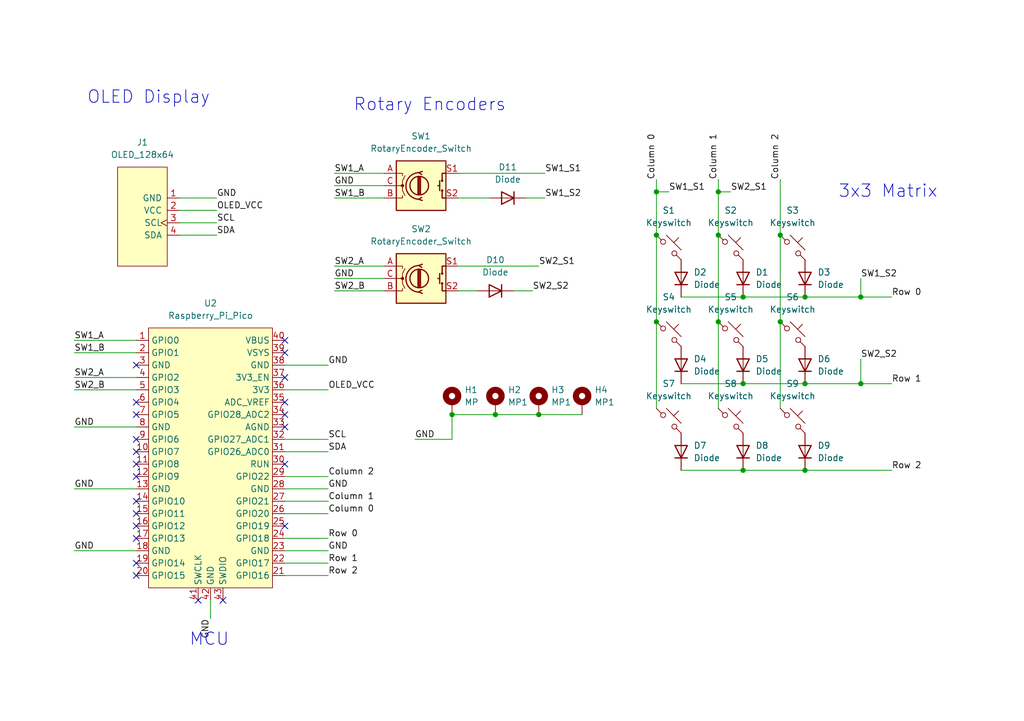
<source format=kicad_sch>
(kicad_sch
	(version 20231120)
	(generator "eeschema")
	(generator_version "8.0")
	(uuid "a1822ec0-d3ed-4a9f-a9de-b81fe2758427")
	(paper "A5")
	(lib_symbols
		(symbol "Device:RotaryEncoder_Switch"
			(pin_names
				(offset 0.254) hide)
			(exclude_from_sim no)
			(in_bom yes)
			(on_board yes)
			(property "Reference" "SW"
				(at 0 6.604 0)
				(effects
					(font
						(size 1.27 1.27)
					)
				)
			)
			(property "Value" "RotaryEncoder_Switch"
				(at 0 -6.604 0)
				(effects
					(font
						(size 1.27 1.27)
					)
				)
			)
			(property "Footprint" ""
				(at -3.81 4.064 0)
				(effects
					(font
						(size 1.27 1.27)
					)
					(hide yes)
				)
			)
			(property "Datasheet" "~"
				(at 0 6.604 0)
				(effects
					(font
						(size 1.27 1.27)
					)
					(hide yes)
				)
			)
			(property "Description" "Rotary encoder, dual channel, incremental quadrate outputs, with switch"
				(at 0 0 0)
				(effects
					(font
						(size 1.27 1.27)
					)
					(hide yes)
				)
			)
			(property "ki_keywords" "rotary switch encoder switch push button"
				(at 0 0 0)
				(effects
					(font
						(size 1.27 1.27)
					)
					(hide yes)
				)
			)
			(property "ki_fp_filters" "RotaryEncoder*Switch*"
				(at 0 0 0)
				(effects
					(font
						(size 1.27 1.27)
					)
					(hide yes)
				)
			)
			(symbol "RotaryEncoder_Switch_0_1"
				(rectangle
					(start -5.08 5.08)
					(end 5.08 -5.08)
					(stroke
						(width 0.254)
						(type default)
					)
					(fill
						(type background)
					)
				)
				(circle
					(center -3.81 0)
					(radius 0.254)
					(stroke
						(width 0)
						(type default)
					)
					(fill
						(type outline)
					)
				)
				(circle
					(center -0.381 0)
					(radius 1.905)
					(stroke
						(width 0.254)
						(type default)
					)
					(fill
						(type none)
					)
				)
				(arc
					(start -0.381 2.667)
					(mid -3.0988 -0.0635)
					(end -0.381 -2.794)
					(stroke
						(width 0.254)
						(type default)
					)
					(fill
						(type none)
					)
				)
				(polyline
					(pts
						(xy -0.635 -1.778) (xy -0.635 1.778)
					)
					(stroke
						(width 0.254)
						(type default)
					)
					(fill
						(type none)
					)
				)
				(polyline
					(pts
						(xy -0.381 -1.778) (xy -0.381 1.778)
					)
					(stroke
						(width 0.254)
						(type default)
					)
					(fill
						(type none)
					)
				)
				(polyline
					(pts
						(xy -0.127 1.778) (xy -0.127 -1.778)
					)
					(stroke
						(width 0.254)
						(type default)
					)
					(fill
						(type none)
					)
				)
				(polyline
					(pts
						(xy 3.81 0) (xy 3.429 0)
					)
					(stroke
						(width 0.254)
						(type default)
					)
					(fill
						(type none)
					)
				)
				(polyline
					(pts
						(xy 3.81 1.016) (xy 3.81 -1.016)
					)
					(stroke
						(width 0.254)
						(type default)
					)
					(fill
						(type none)
					)
				)
				(polyline
					(pts
						(xy -5.08 -2.54) (xy -3.81 -2.54) (xy -3.81 -2.032)
					)
					(stroke
						(width 0)
						(type default)
					)
					(fill
						(type none)
					)
				)
				(polyline
					(pts
						(xy -5.08 2.54) (xy -3.81 2.54) (xy -3.81 2.032)
					)
					(stroke
						(width 0)
						(type default)
					)
					(fill
						(type none)
					)
				)
				(polyline
					(pts
						(xy 0.254 -3.048) (xy -0.508 -2.794) (xy 0.127 -2.413)
					)
					(stroke
						(width 0.254)
						(type default)
					)
					(fill
						(type none)
					)
				)
				(polyline
					(pts
						(xy 0.254 2.921) (xy -0.508 2.667) (xy 0.127 2.286)
					)
					(stroke
						(width 0.254)
						(type default)
					)
					(fill
						(type none)
					)
				)
				(polyline
					(pts
						(xy 5.08 -2.54) (xy 4.318 -2.54) (xy 4.318 -1.016)
					)
					(stroke
						(width 0.254)
						(type default)
					)
					(fill
						(type none)
					)
				)
				(polyline
					(pts
						(xy 5.08 2.54) (xy 4.318 2.54) (xy 4.318 1.016)
					)
					(stroke
						(width 0.254)
						(type default)
					)
					(fill
						(type none)
					)
				)
				(polyline
					(pts
						(xy -5.08 0) (xy -3.81 0) (xy -3.81 -1.016) (xy -3.302 -2.032)
					)
					(stroke
						(width 0)
						(type default)
					)
					(fill
						(type none)
					)
				)
				(polyline
					(pts
						(xy -4.318 0) (xy -3.81 0) (xy -3.81 1.016) (xy -3.302 2.032)
					)
					(stroke
						(width 0)
						(type default)
					)
					(fill
						(type none)
					)
				)
				(circle
					(center 4.318 -1.016)
					(radius 0.127)
					(stroke
						(width 0.254)
						(type default)
					)
					(fill
						(type none)
					)
				)
				(circle
					(center 4.318 1.016)
					(radius 0.127)
					(stroke
						(width 0.254)
						(type default)
					)
					(fill
						(type none)
					)
				)
			)
			(symbol "RotaryEncoder_Switch_1_1"
				(pin passive line
					(at -7.62 2.54 0)
					(length 2.54)
					(name "A"
						(effects
							(font
								(size 1.27 1.27)
							)
						)
					)
					(number "A"
						(effects
							(font
								(size 1.27 1.27)
							)
						)
					)
				)
				(pin passive line
					(at -7.62 -2.54 0)
					(length 2.54)
					(name "B"
						(effects
							(font
								(size 1.27 1.27)
							)
						)
					)
					(number "B"
						(effects
							(font
								(size 1.27 1.27)
							)
						)
					)
				)
				(pin passive line
					(at -7.62 0 0)
					(length 2.54)
					(name "C"
						(effects
							(font
								(size 1.27 1.27)
							)
						)
					)
					(number "C"
						(effects
							(font
								(size 1.27 1.27)
							)
						)
					)
				)
				(pin passive line
					(at 7.62 2.54 180)
					(length 2.54)
					(name "S1"
						(effects
							(font
								(size 1.27 1.27)
							)
						)
					)
					(number "S1"
						(effects
							(font
								(size 1.27 1.27)
							)
						)
					)
				)
				(pin passive line
					(at 7.62 -2.54 180)
					(length 2.54)
					(name "S2"
						(effects
							(font
								(size 1.27 1.27)
							)
						)
					)
					(number "S2"
						(effects
							(font
								(size 1.27 1.27)
							)
						)
					)
				)
			)
		)
		(symbol "Mechanical:MountingHole_Pad"
			(pin_numbers hide)
			(pin_names
				(offset 1.016) hide)
			(exclude_from_sim yes)
			(in_bom no)
			(on_board yes)
			(property "Reference" "H"
				(at 0 6.35 0)
				(effects
					(font
						(size 1.27 1.27)
					)
				)
			)
			(property "Value" "MountingHole_Pad"
				(at 0 4.445 0)
				(effects
					(font
						(size 1.27 1.27)
					)
				)
			)
			(property "Footprint" ""
				(at 0 0 0)
				(effects
					(font
						(size 1.27 1.27)
					)
					(hide yes)
				)
			)
			(property "Datasheet" "~"
				(at 0 0 0)
				(effects
					(font
						(size 1.27 1.27)
					)
					(hide yes)
				)
			)
			(property "Description" "Mounting Hole with connection"
				(at 0 0 0)
				(effects
					(font
						(size 1.27 1.27)
					)
					(hide yes)
				)
			)
			(property "ki_keywords" "mounting hole"
				(at 0 0 0)
				(effects
					(font
						(size 1.27 1.27)
					)
					(hide yes)
				)
			)
			(property "ki_fp_filters" "MountingHole*Pad*"
				(at 0 0 0)
				(effects
					(font
						(size 1.27 1.27)
					)
					(hide yes)
				)
			)
			(symbol "MountingHole_Pad_0_1"
				(circle
					(center 0 1.27)
					(radius 1.27)
					(stroke
						(width 1.27)
						(type default)
					)
					(fill
						(type none)
					)
				)
			)
			(symbol "MountingHole_Pad_1_1"
				(pin input line
					(at 0 -2.54 90)
					(length 2.54)
					(name "1"
						(effects
							(font
								(size 1.27 1.27)
							)
						)
					)
					(number "1"
						(effects
							(font
								(size 1.27 1.27)
							)
						)
					)
				)
			)
		)
		(symbol "ScottoKeebs:MCU_Raspberry_Pi_Pico"
			(exclude_from_sim no)
			(in_bom yes)
			(on_board yes)
			(property "Reference" "U"
				(at 0 0 0)
				(effects
					(font
						(size 1.27 1.27)
					)
				)
			)
			(property "Value" "Raspberry_Pi_Pico"
				(at 0 27.94 0)
				(effects
					(font
						(size 1.27 1.27)
					)
				)
			)
			(property "Footprint" "ScottoKeebs_MCU:Raspberry_Pi_Pico"
				(at 0 30.48 0)
				(effects
					(font
						(size 1.27 1.27)
					)
					(hide yes)
				)
			)
			(property "Datasheet" ""
				(at 0 0 0)
				(effects
					(font
						(size 1.27 1.27)
					)
					(hide yes)
				)
			)
			(property "Description" ""
				(at 0 0 0)
				(effects
					(font
						(size 1.27 1.27)
					)
					(hide yes)
				)
			)
			(symbol "MCU_Raspberry_Pi_Pico_0_1"
				(rectangle
					(start -12.7 26.67)
					(end 12.7 -26.67)
					(stroke
						(width 0)
						(type default)
					)
					(fill
						(type background)
					)
				)
			)
			(symbol "MCU_Raspberry_Pi_Pico_1_1"
				(pin bidirectional line
					(at -15.24 24.13 0)
					(length 2.54)
					(name "GPIO0"
						(effects
							(font
								(size 1.27 1.27)
							)
						)
					)
					(number "1"
						(effects
							(font
								(size 1.27 1.27)
							)
						)
					)
				)
				(pin bidirectional line
					(at -15.24 1.27 0)
					(length 2.54)
					(name "GPIO7"
						(effects
							(font
								(size 1.27 1.27)
							)
						)
					)
					(number "10"
						(effects
							(font
								(size 1.27 1.27)
							)
						)
					)
				)
				(pin bidirectional line
					(at -15.24 -1.27 0)
					(length 2.54)
					(name "GPIO8"
						(effects
							(font
								(size 1.27 1.27)
							)
						)
					)
					(number "11"
						(effects
							(font
								(size 1.27 1.27)
							)
						)
					)
				)
				(pin bidirectional line
					(at -15.24 -3.81 0)
					(length 2.54)
					(name "GPIO9"
						(effects
							(font
								(size 1.27 1.27)
							)
						)
					)
					(number "12"
						(effects
							(font
								(size 1.27 1.27)
							)
						)
					)
				)
				(pin power_in line
					(at -15.24 -6.35 0)
					(length 2.54)
					(name "GND"
						(effects
							(font
								(size 1.27 1.27)
							)
						)
					)
					(number "13"
						(effects
							(font
								(size 1.27 1.27)
							)
						)
					)
				)
				(pin bidirectional line
					(at -15.24 -8.89 0)
					(length 2.54)
					(name "GPIO10"
						(effects
							(font
								(size 1.27 1.27)
							)
						)
					)
					(number "14"
						(effects
							(font
								(size 1.27 1.27)
							)
						)
					)
				)
				(pin bidirectional line
					(at -15.24 -11.43 0)
					(length 2.54)
					(name "GPIO11"
						(effects
							(font
								(size 1.27 1.27)
							)
						)
					)
					(number "15"
						(effects
							(font
								(size 1.27 1.27)
							)
						)
					)
				)
				(pin bidirectional line
					(at -15.24 -13.97 0)
					(length 2.54)
					(name "GPIO12"
						(effects
							(font
								(size 1.27 1.27)
							)
						)
					)
					(number "16"
						(effects
							(font
								(size 1.27 1.27)
							)
						)
					)
				)
				(pin bidirectional line
					(at -15.24 -16.51 0)
					(length 2.54)
					(name "GPIO13"
						(effects
							(font
								(size 1.27 1.27)
							)
						)
					)
					(number "17"
						(effects
							(font
								(size 1.27 1.27)
							)
						)
					)
				)
				(pin power_in line
					(at -15.24 -19.05 0)
					(length 2.54)
					(name "GND"
						(effects
							(font
								(size 1.27 1.27)
							)
						)
					)
					(number "18"
						(effects
							(font
								(size 1.27 1.27)
							)
						)
					)
				)
				(pin bidirectional line
					(at -15.24 -21.59 0)
					(length 2.54)
					(name "GPIO14"
						(effects
							(font
								(size 1.27 1.27)
							)
						)
					)
					(number "19"
						(effects
							(font
								(size 1.27 1.27)
							)
						)
					)
				)
				(pin bidirectional line
					(at -15.24 21.59 0)
					(length 2.54)
					(name "GPIO1"
						(effects
							(font
								(size 1.27 1.27)
							)
						)
					)
					(number "2"
						(effects
							(font
								(size 1.27 1.27)
							)
						)
					)
				)
				(pin bidirectional line
					(at -15.24 -24.13 0)
					(length 2.54)
					(name "GPIO15"
						(effects
							(font
								(size 1.27 1.27)
							)
						)
					)
					(number "20"
						(effects
							(font
								(size 1.27 1.27)
							)
						)
					)
				)
				(pin bidirectional line
					(at 15.24 -24.13 180)
					(length 2.54)
					(name "GPIO16"
						(effects
							(font
								(size 1.27 1.27)
							)
						)
					)
					(number "21"
						(effects
							(font
								(size 1.27 1.27)
							)
						)
					)
				)
				(pin bidirectional line
					(at 15.24 -21.59 180)
					(length 2.54)
					(name "GPIO17"
						(effects
							(font
								(size 1.27 1.27)
							)
						)
					)
					(number "22"
						(effects
							(font
								(size 1.27 1.27)
							)
						)
					)
				)
				(pin power_in line
					(at 15.24 -19.05 180)
					(length 2.54)
					(name "GND"
						(effects
							(font
								(size 1.27 1.27)
							)
						)
					)
					(number "23"
						(effects
							(font
								(size 1.27 1.27)
							)
						)
					)
				)
				(pin bidirectional line
					(at 15.24 -16.51 180)
					(length 2.54)
					(name "GPIO18"
						(effects
							(font
								(size 1.27 1.27)
							)
						)
					)
					(number "24"
						(effects
							(font
								(size 1.27 1.27)
							)
						)
					)
				)
				(pin bidirectional line
					(at 15.24 -13.97 180)
					(length 2.54)
					(name "GPIO19"
						(effects
							(font
								(size 1.27 1.27)
							)
						)
					)
					(number "25"
						(effects
							(font
								(size 1.27 1.27)
							)
						)
					)
				)
				(pin bidirectional line
					(at 15.24 -11.43 180)
					(length 2.54)
					(name "GPIO20"
						(effects
							(font
								(size 1.27 1.27)
							)
						)
					)
					(number "26"
						(effects
							(font
								(size 1.27 1.27)
							)
						)
					)
				)
				(pin bidirectional line
					(at 15.24 -8.89 180)
					(length 2.54)
					(name "GPIO21"
						(effects
							(font
								(size 1.27 1.27)
							)
						)
					)
					(number "27"
						(effects
							(font
								(size 1.27 1.27)
							)
						)
					)
				)
				(pin power_in line
					(at 15.24 -6.35 180)
					(length 2.54)
					(name "GND"
						(effects
							(font
								(size 1.27 1.27)
							)
						)
					)
					(number "28"
						(effects
							(font
								(size 1.27 1.27)
							)
						)
					)
				)
				(pin bidirectional line
					(at 15.24 -3.81 180)
					(length 2.54)
					(name "GPIO22"
						(effects
							(font
								(size 1.27 1.27)
							)
						)
					)
					(number "29"
						(effects
							(font
								(size 1.27 1.27)
							)
						)
					)
				)
				(pin power_in line
					(at -15.24 19.05 0)
					(length 2.54)
					(name "GND"
						(effects
							(font
								(size 1.27 1.27)
							)
						)
					)
					(number "3"
						(effects
							(font
								(size 1.27 1.27)
							)
						)
					)
				)
				(pin input line
					(at 15.24 -1.27 180)
					(length 2.54)
					(name "RUN"
						(effects
							(font
								(size 1.27 1.27)
							)
						)
					)
					(number "30"
						(effects
							(font
								(size 1.27 1.27)
							)
						)
					)
				)
				(pin bidirectional line
					(at 15.24 1.27 180)
					(length 2.54)
					(name "GPIO26_ADC0"
						(effects
							(font
								(size 1.27 1.27)
							)
						)
					)
					(number "31"
						(effects
							(font
								(size 1.27 1.27)
							)
						)
					)
				)
				(pin bidirectional line
					(at 15.24 3.81 180)
					(length 2.54)
					(name "GPIO27_ADC1"
						(effects
							(font
								(size 1.27 1.27)
							)
						)
					)
					(number "32"
						(effects
							(font
								(size 1.27 1.27)
							)
						)
					)
				)
				(pin power_in line
					(at 15.24 6.35 180)
					(length 2.54)
					(name "AGND"
						(effects
							(font
								(size 1.27 1.27)
							)
						)
					)
					(number "33"
						(effects
							(font
								(size 1.27 1.27)
							)
						)
					)
				)
				(pin bidirectional line
					(at 15.24 8.89 180)
					(length 2.54)
					(name "GPIO28_ADC2"
						(effects
							(font
								(size 1.27 1.27)
							)
						)
					)
					(number "34"
						(effects
							(font
								(size 1.27 1.27)
							)
						)
					)
				)
				(pin power_in line
					(at 15.24 11.43 180)
					(length 2.54)
					(name "ADC_VREF"
						(effects
							(font
								(size 1.27 1.27)
							)
						)
					)
					(number "35"
						(effects
							(font
								(size 1.27 1.27)
							)
						)
					)
				)
				(pin power_in line
					(at 15.24 13.97 180)
					(length 2.54)
					(name "3V3"
						(effects
							(font
								(size 1.27 1.27)
							)
						)
					)
					(number "36"
						(effects
							(font
								(size 1.27 1.27)
							)
						)
					)
				)
				(pin input line
					(at 15.24 16.51 180)
					(length 2.54)
					(name "3V3_EN"
						(effects
							(font
								(size 1.27 1.27)
							)
						)
					)
					(number "37"
						(effects
							(font
								(size 1.27 1.27)
							)
						)
					)
				)
				(pin bidirectional line
					(at 15.24 19.05 180)
					(length 2.54)
					(name "GND"
						(effects
							(font
								(size 1.27 1.27)
							)
						)
					)
					(number "38"
						(effects
							(font
								(size 1.27 1.27)
							)
						)
					)
				)
				(pin power_in line
					(at 15.24 21.59 180)
					(length 2.54)
					(name "VSYS"
						(effects
							(font
								(size 1.27 1.27)
							)
						)
					)
					(number "39"
						(effects
							(font
								(size 1.27 1.27)
							)
						)
					)
				)
				(pin bidirectional line
					(at -15.24 16.51 0)
					(length 2.54)
					(name "GPIO2"
						(effects
							(font
								(size 1.27 1.27)
							)
						)
					)
					(number "4"
						(effects
							(font
								(size 1.27 1.27)
							)
						)
					)
				)
				(pin power_in line
					(at 15.24 24.13 180)
					(length 2.54)
					(name "VBUS"
						(effects
							(font
								(size 1.27 1.27)
							)
						)
					)
					(number "40"
						(effects
							(font
								(size 1.27 1.27)
							)
						)
					)
				)
				(pin input line
					(at -2.54 -29.21 90)
					(length 2.54)
					(name "SWCLK"
						(effects
							(font
								(size 1.27 1.27)
							)
						)
					)
					(number "41"
						(effects
							(font
								(size 1.27 1.27)
							)
						)
					)
				)
				(pin power_in line
					(at 0 -29.21 90)
					(length 2.54)
					(name "GND"
						(effects
							(font
								(size 1.27 1.27)
							)
						)
					)
					(number "42"
						(effects
							(font
								(size 1.27 1.27)
							)
						)
					)
				)
				(pin bidirectional line
					(at 2.54 -29.21 90)
					(length 2.54)
					(name "SWDIO"
						(effects
							(font
								(size 1.27 1.27)
							)
						)
					)
					(number "43"
						(effects
							(font
								(size 1.27 1.27)
							)
						)
					)
				)
				(pin bidirectional line
					(at -15.24 13.97 0)
					(length 2.54)
					(name "GPIO3"
						(effects
							(font
								(size 1.27 1.27)
							)
						)
					)
					(number "5"
						(effects
							(font
								(size 1.27 1.27)
							)
						)
					)
				)
				(pin bidirectional line
					(at -15.24 11.43 0)
					(length 2.54)
					(name "GPIO4"
						(effects
							(font
								(size 1.27 1.27)
							)
						)
					)
					(number "6"
						(effects
							(font
								(size 1.27 1.27)
							)
						)
					)
				)
				(pin bidirectional line
					(at -15.24 8.89 0)
					(length 2.54)
					(name "GPIO5"
						(effects
							(font
								(size 1.27 1.27)
							)
						)
					)
					(number "7"
						(effects
							(font
								(size 1.27 1.27)
							)
						)
					)
				)
				(pin power_in line
					(at -15.24 6.35 0)
					(length 2.54)
					(name "GND"
						(effects
							(font
								(size 1.27 1.27)
							)
						)
					)
					(number "8"
						(effects
							(font
								(size 1.27 1.27)
							)
						)
					)
				)
				(pin bidirectional line
					(at -15.24 3.81 0)
					(length 2.54)
					(name "GPIO6"
						(effects
							(font
								(size 1.27 1.27)
							)
						)
					)
					(number "9"
						(effects
							(font
								(size 1.27 1.27)
							)
						)
					)
				)
			)
		)
		(symbol "ScottoKeebs:OLED_128x64"
			(pin_names
				(offset 1.016)
			)
			(exclude_from_sim no)
			(in_bom yes)
			(on_board yes)
			(property "Reference" "J"
				(at 0 -11.43 0)
				(effects
					(font
						(size 1.27 1.27)
					)
				)
			)
			(property "Value" "OLED_128x64"
				(at 0 -7.62 0)
				(effects
					(font
						(size 1.27 1.27)
					)
				)
			)
			(property "Footprint" "ScottoKeebs_Components:OLED_128x64"
				(at 0 -13.97 0)
				(effects
					(font
						(size 1.27 1.27)
					)
					(hide yes)
				)
			)
			(property "Datasheet" ""
				(at 1.27 0 90)
				(effects
					(font
						(size 1.27 1.27)
					)
					(hide yes)
				)
			)
			(property "Description" ""
				(at 0 0 0)
				(effects
					(font
						(size 1.27 1.27)
					)
					(hide yes)
				)
			)
			(symbol "OLED_128x64_0_1"
				(rectangle
					(start 10.16 -10.16)
					(end -10.16 0)
					(stroke
						(width 0)
						(type default)
					)
					(fill
						(type background)
					)
				)
			)
			(symbol "OLED_128x64_1_1"
				(pin power_in line
					(at -3.81 2.54 270)
					(length 2.54)
					(name "GND"
						(effects
							(font
								(size 1.27 1.27)
							)
						)
					)
					(number "1"
						(effects
							(font
								(size 1.27 1.27)
							)
						)
					)
				)
				(pin power_in line
					(at -1.27 2.54 270)
					(length 2.54)
					(name "VCC"
						(effects
							(font
								(size 1.27 1.27)
							)
						)
					)
					(number "2"
						(effects
							(font
								(size 1.27 1.27)
							)
						)
					)
				)
				(pin input clock
					(at 1.27 2.54 270)
					(length 2.54)
					(name "SCL"
						(effects
							(font
								(size 1.27 1.27)
							)
						)
					)
					(number "3"
						(effects
							(font
								(size 1.27 1.27)
							)
						)
					)
				)
				(pin bidirectional line
					(at 3.81 2.54 270)
					(length 2.54)
					(name "SDA"
						(effects
							(font
								(size 1.27 1.27)
							)
						)
					)
					(number "4"
						(effects
							(font
								(size 1.27 1.27)
							)
						)
					)
				)
			)
		)
		(symbol "ScottoKeebs:Placeholder_Diode"
			(pin_numbers hide)
			(pin_names hide)
			(exclude_from_sim no)
			(in_bom yes)
			(on_board yes)
			(property "Reference" "D"
				(at 0 2.54 0)
				(effects
					(font
						(size 1.27 1.27)
					)
				)
			)
			(property "Value" "Diode"
				(at 0 -2.54 0)
				(effects
					(font
						(size 1.27 1.27)
					)
				)
			)
			(property "Footprint" ""
				(at 0 0 0)
				(effects
					(font
						(size 1.27 1.27)
					)
					(hide yes)
				)
			)
			(property "Datasheet" ""
				(at 0 0 0)
				(effects
					(font
						(size 1.27 1.27)
					)
					(hide yes)
				)
			)
			(property "Description" "1N4148 (DO-35) or 1N4148W (SOD-123)"
				(at 0 0 0)
				(effects
					(font
						(size 1.27 1.27)
					)
					(hide yes)
				)
			)
			(property "Sim.Device" "D"
				(at 0 0 0)
				(effects
					(font
						(size 1.27 1.27)
					)
					(hide yes)
				)
			)
			(property "Sim.Pins" "1=K 2=A"
				(at 0 0 0)
				(effects
					(font
						(size 1.27 1.27)
					)
					(hide yes)
				)
			)
			(property "ki_keywords" "diode"
				(at 0 0 0)
				(effects
					(font
						(size 1.27 1.27)
					)
					(hide yes)
				)
			)
			(property "ki_fp_filters" "D*DO?35*"
				(at 0 0 0)
				(effects
					(font
						(size 1.27 1.27)
					)
					(hide yes)
				)
			)
			(symbol "Placeholder_Diode_0_1"
				(polyline
					(pts
						(xy -1.27 1.27) (xy -1.27 -1.27)
					)
					(stroke
						(width 0.254)
						(type default)
					)
					(fill
						(type none)
					)
				)
				(polyline
					(pts
						(xy 1.27 0) (xy -1.27 0)
					)
					(stroke
						(width 0)
						(type default)
					)
					(fill
						(type none)
					)
				)
				(polyline
					(pts
						(xy 1.27 1.27) (xy 1.27 -1.27) (xy -1.27 0) (xy 1.27 1.27)
					)
					(stroke
						(width 0.254)
						(type default)
					)
					(fill
						(type none)
					)
				)
			)
			(symbol "Placeholder_Diode_1_1"
				(pin passive line
					(at -3.81 0 0)
					(length 2.54)
					(name "K"
						(effects
							(font
								(size 1.27 1.27)
							)
						)
					)
					(number "1"
						(effects
							(font
								(size 1.27 1.27)
							)
						)
					)
				)
				(pin passive line
					(at 3.81 0 180)
					(length 2.54)
					(name "A"
						(effects
							(font
								(size 1.27 1.27)
							)
						)
					)
					(number "2"
						(effects
							(font
								(size 1.27 1.27)
							)
						)
					)
				)
			)
		)
		(symbol "ScottoKeebs:Placeholder_Keyswitch"
			(pin_numbers hide)
			(pin_names
				(offset 1.016) hide)
			(exclude_from_sim no)
			(in_bom yes)
			(on_board yes)
			(property "Reference" "S"
				(at 3.048 1.016 0)
				(effects
					(font
						(size 1.27 1.27)
					)
					(justify left)
				)
			)
			(property "Value" "Keyswitch"
				(at 0 -3.81 0)
				(effects
					(font
						(size 1.27 1.27)
					)
				)
			)
			(property "Footprint" ""
				(at 0 0 0)
				(effects
					(font
						(size 1.27 1.27)
					)
					(hide yes)
				)
			)
			(property "Datasheet" "~"
				(at 0 0 0)
				(effects
					(font
						(size 1.27 1.27)
					)
					(hide yes)
				)
			)
			(property "Description" "Push button switch, normally open, two pins, 45° tilted"
				(at 0 0 0)
				(effects
					(font
						(size 1.27 1.27)
					)
					(hide yes)
				)
			)
			(property "ki_keywords" "switch normally-open pushbutton push-button"
				(at 0 0 0)
				(effects
					(font
						(size 1.27 1.27)
					)
					(hide yes)
				)
			)
			(symbol "Placeholder_Keyswitch_0_1"
				(circle
					(center -1.1684 1.1684)
					(radius 0.508)
					(stroke
						(width 0)
						(type default)
					)
					(fill
						(type none)
					)
				)
				(polyline
					(pts
						(xy -0.508 2.54) (xy 2.54 -0.508)
					)
					(stroke
						(width 0)
						(type default)
					)
					(fill
						(type none)
					)
				)
				(polyline
					(pts
						(xy 1.016 1.016) (xy 2.032 2.032)
					)
					(stroke
						(width 0)
						(type default)
					)
					(fill
						(type none)
					)
				)
				(polyline
					(pts
						(xy -2.54 2.54) (xy -1.524 1.524) (xy -1.524 1.524)
					)
					(stroke
						(width 0)
						(type default)
					)
					(fill
						(type none)
					)
				)
				(polyline
					(pts
						(xy 1.524 -1.524) (xy 2.54 -2.54) (xy 2.54 -2.54) (xy 2.54 -2.54)
					)
					(stroke
						(width 0)
						(type default)
					)
					(fill
						(type none)
					)
				)
				(circle
					(center 1.143 -1.1938)
					(radius 0.508)
					(stroke
						(width 0)
						(type default)
					)
					(fill
						(type none)
					)
				)
				(pin passive line
					(at -2.54 2.54 0)
					(length 0)
					(name "1"
						(effects
							(font
								(size 1.27 1.27)
							)
						)
					)
					(number "1"
						(effects
							(font
								(size 1.27 1.27)
							)
						)
					)
				)
				(pin passive line
					(at 2.54 -2.54 180)
					(length 0)
					(name "2"
						(effects
							(font
								(size 1.27 1.27)
							)
						)
					)
					(number "2"
						(effects
							(font
								(size 1.27 1.27)
							)
						)
					)
				)
			)
		)
	)
	(junction
		(at 152.4 96.52)
		(diameter 0)
		(color 0 0 0 0)
		(uuid "01f6380f-0326-4648-a16d-542073e6e3ee")
	)
	(junction
		(at 152.4 78.74)
		(diameter 0)
		(color 0 0 0 0)
		(uuid "063f839c-5524-496b-a353-48d6c9f4a954")
	)
	(junction
		(at 176.53 78.74)
		(diameter 0)
		(color 0 0 0 0)
		(uuid "15e6b191-7606-49cb-bde6-417752693ff7")
	)
	(junction
		(at 134.62 48.26)
		(diameter 0)
		(color 0 0 0 0)
		(uuid "25579fbb-3fc7-448f-8d29-0b6b8b1e6d5f")
	)
	(junction
		(at 165.1 60.96)
		(diameter 0)
		(color 0 0 0 0)
		(uuid "588a2fb2-ecfb-4184-9b9e-9173ee0c41e4")
	)
	(junction
		(at 165.1 96.52)
		(diameter 0)
		(color 0 0 0 0)
		(uuid "5a830ca2-516a-4e0c-84fb-e8531e0abfba")
	)
	(junction
		(at 147.32 39.37)
		(diameter 0)
		(color 0 0 0 0)
		(uuid "5f4f52be-5b6a-4efa-b896-8bd35838620b")
	)
	(junction
		(at 176.53 60.96)
		(diameter 0)
		(color 0 0 0 0)
		(uuid "6dbf97e6-3576-4dd1-be61-95ad5a1360a4")
	)
	(junction
		(at 152.4 60.96)
		(diameter 0)
		(color 0 0 0 0)
		(uuid "6ec57399-2c8e-47af-82ac-c9df055c96dc")
	)
	(junction
		(at 147.32 48.26)
		(diameter 0)
		(color 0 0 0 0)
		(uuid "6eee1adb-0961-4cd7-8078-e20e388db29a")
	)
	(junction
		(at 147.32 66.04)
		(diameter 0)
		(color 0 0 0 0)
		(uuid "78ace47c-d096-4456-9877-148267d966c2")
	)
	(junction
		(at 134.62 39.37)
		(diameter 0)
		(color 0 0 0 0)
		(uuid "9bc1c02c-4646-4daa-b358-6ff6561ab809")
	)
	(junction
		(at 160.02 66.04)
		(diameter 0)
		(color 0 0 0 0)
		(uuid "ab3c9040-b2ef-4ae7-9eb0-7d55783c8ecf")
	)
	(junction
		(at 134.62 66.04)
		(diameter 0)
		(color 0 0 0 0)
		(uuid "b0415494-791a-4b5f-9f18-dc067a210961")
	)
	(junction
		(at 110.49 85.09)
		(diameter 0)
		(color 0 0 0 0)
		(uuid "b3789921-ef0e-4515-b1fe-b75fb97817c6")
	)
	(junction
		(at 165.1 78.74)
		(diameter 0)
		(color 0 0 0 0)
		(uuid "c49c4a42-4c12-4a6c-8437-db94335e55e7")
	)
	(junction
		(at 92.71 85.09)
		(diameter 0)
		(color 0 0 0 0)
		(uuid "cb716408-1c48-4f21-93a0-e78b9f11ee79")
	)
	(junction
		(at 101.6 85.09)
		(diameter 0)
		(color 0 0 0 0)
		(uuid "d4c4fdfd-de3e-4823-a206-d99ad248ddfd")
	)
	(junction
		(at 160.02 48.26)
		(diameter 0)
		(color 0 0 0 0)
		(uuid "f6de933f-3638-4b23-aace-b97bbafb3cb1")
	)
	(no_connect
		(at 58.42 77.47)
		(uuid "144357a7-6679-4242-9d8f-5858acf9aad7")
	)
	(no_connect
		(at 27.94 102.87)
		(uuid "2094ce37-3ae6-4e95-9786-dfe196b95128")
	)
	(no_connect
		(at 58.42 107.95)
		(uuid "23a492a9-4e4b-438f-aba2-fa49eb2ad69e")
	)
	(no_connect
		(at 58.42 82.55)
		(uuid "2d5890a7-ee50-4b2b-bdbc-04843b9b46af")
	)
	(no_connect
		(at 58.42 69.85)
		(uuid "43384f8a-fa1d-4822-9825-138b112b8dda")
	)
	(no_connect
		(at 27.94 82.55)
		(uuid "44c4afa5-164b-4e79-af14-c0a146c21634")
	)
	(no_connect
		(at 27.94 74.93)
		(uuid "46378d54-9821-4b88-87f4-f9131150e969")
	)
	(no_connect
		(at 27.94 107.95)
		(uuid "485e9f27-224d-49ec-b924-0341266f158f")
	)
	(no_connect
		(at 27.94 118.11)
		(uuid "4e038349-ae3f-48dc-8ee1-82878e9ccf23")
	)
	(no_connect
		(at 27.94 115.57)
		(uuid "634e25d8-3d7a-4085-84d0-c230156a46b4")
	)
	(no_connect
		(at 27.94 95.25)
		(uuid "7afb293b-2f8e-4edf-959b-9858fed7857c")
	)
	(no_connect
		(at 27.94 85.09)
		(uuid "7d932e3a-7383-47fa-8690-19fc9edf53d0")
	)
	(no_connect
		(at 27.94 105.41)
		(uuid "9dbba515-3eee-4278-baa9-2368c4ef9915")
	)
	(no_connect
		(at 58.42 85.09)
		(uuid "af66bfcc-4ef5-47c9-9740-d3ae10f94c43")
	)
	(no_connect
		(at 27.94 97.79)
		(uuid "b24f40c4-08d1-4b0a-96d4-32544bd3398e")
	)
	(no_connect
		(at 58.42 95.25)
		(uuid "b8b350d9-1247-42e3-b95b-90c6a29b34f7")
	)
	(no_connect
		(at 27.94 90.17)
		(uuid "c803a331-b427-40b7-a21e-b72ff86c8325")
	)
	(no_connect
		(at 27.94 110.49)
		(uuid "d810864f-5888-4588-a48b-a75ebdb6e192")
	)
	(no_connect
		(at 40.64 123.19)
		(uuid "dd839b32-0e29-420d-a08b-548b75d042ee")
	)
	(no_connect
		(at 45.72 123.19)
		(uuid "e456cdfd-9830-4c6b-a9f6-b6db3b5d7223")
	)
	(no_connect
		(at 58.42 87.63)
		(uuid "e4bd17bb-edf2-4aad-b4a4-ce1eee10d42e")
	)
	(no_connect
		(at 27.94 92.71)
		(uuid "e7837519-d699-431a-b502-27f38b623f4f")
	)
	(no_connect
		(at 58.42 72.39)
		(uuid "ec52ea3c-bfc4-4f1c-81d5-cb3419bec665")
	)
	(wire
		(pts
			(xy 101.6 85.09) (xy 110.49 85.09)
		)
		(stroke
			(width 0)
			(type default)
		)
		(uuid "013b6e08-dc8f-44d6-988d-ca564ef60692")
	)
	(wire
		(pts
			(xy 93.98 54.61) (xy 110.49 54.61)
		)
		(stroke
			(width 0)
			(type default)
		)
		(uuid "073685ad-1fad-4882-8f36-5540a40d4a55")
	)
	(wire
		(pts
			(xy 134.62 39.37) (xy 137.16 39.37)
		)
		(stroke
			(width 0)
			(type default)
		)
		(uuid "0c058d44-12ab-47ed-9340-7d6a926af743")
	)
	(wire
		(pts
			(xy 176.53 60.96) (xy 182.88 60.96)
		)
		(stroke
			(width 0)
			(type default)
		)
		(uuid "10db94c2-983d-44f2-b9ee-469baa93bf18")
	)
	(wire
		(pts
			(xy 58.42 74.93) (xy 67.31 74.93)
		)
		(stroke
			(width 0)
			(type default)
		)
		(uuid "14146bcf-3752-4480-bbc0-14fcb8a17a27")
	)
	(wire
		(pts
			(xy 152.4 78.74) (xy 165.1 78.74)
		)
		(stroke
			(width 0)
			(type default)
		)
		(uuid "14bb3180-a925-498f-9688-6f3afee4c903")
	)
	(wire
		(pts
			(xy 58.42 97.79) (xy 67.31 97.79)
		)
		(stroke
			(width 0)
			(type default)
		)
		(uuid "190f4fb1-a6f9-423a-aca6-6995c33e6b8c")
	)
	(wire
		(pts
			(xy 92.71 90.17) (xy 92.71 85.09)
		)
		(stroke
			(width 0)
			(type default)
		)
		(uuid "19731ac7-b366-4fbe-8d9d-8f1819115fd2")
	)
	(wire
		(pts
			(xy 152.4 60.96) (xy 165.1 60.96)
		)
		(stroke
			(width 0)
			(type default)
		)
		(uuid "21116c8f-de36-4285-81d5-c728454777b8")
	)
	(wire
		(pts
			(xy 36.83 40.64) (xy 44.45 40.64)
		)
		(stroke
			(width 0)
			(type default)
		)
		(uuid "217b84fb-47f4-4a98-830a-99680bb049a0")
	)
	(wire
		(pts
			(xy 134.62 36.83) (xy 134.62 39.37)
		)
		(stroke
			(width 0)
			(type default)
		)
		(uuid "21d14271-4901-458e-a652-e1e3e173078d")
	)
	(wire
		(pts
			(xy 58.42 92.71) (xy 67.31 92.71)
		)
		(stroke
			(width 0)
			(type default)
		)
		(uuid "23138485-69b7-4060-a8d6-e64228e668f5")
	)
	(wire
		(pts
			(xy 68.58 35.56) (xy 78.74 35.56)
		)
		(stroke
			(width 0)
			(type default)
		)
		(uuid "246683ed-0579-457e-a3ed-954a3d1eed46")
	)
	(wire
		(pts
			(xy 93.98 59.69) (xy 97.79 59.69)
		)
		(stroke
			(width 0)
			(type default)
		)
		(uuid "24e9e26b-144a-4731-9c1d-30b64bb053a9")
	)
	(wire
		(pts
			(xy 68.58 38.1) (xy 78.74 38.1)
		)
		(stroke
			(width 0)
			(type default)
		)
		(uuid "282f8b75-9220-47e2-a346-cc08f5379a0e")
	)
	(wire
		(pts
			(xy 165.1 60.96) (xy 176.53 60.96)
		)
		(stroke
			(width 0)
			(type default)
		)
		(uuid "291bea46-2e06-40cb-a54f-856915580fee")
	)
	(wire
		(pts
			(xy 160.02 48.26) (xy 160.02 66.04)
		)
		(stroke
			(width 0)
			(type default)
		)
		(uuid "29f39607-d43f-47fe-890a-9aa37da40f57")
	)
	(wire
		(pts
			(xy 58.42 113.03) (xy 67.31 113.03)
		)
		(stroke
			(width 0)
			(type default)
		)
		(uuid "30a9ef77-c5d5-4164-bacd-a69a97e5628a")
	)
	(wire
		(pts
			(xy 15.24 100.33) (xy 27.94 100.33)
		)
		(stroke
			(width 0)
			(type default)
		)
		(uuid "324ac15c-f566-498e-87b8-f342a31dc1f9")
	)
	(wire
		(pts
			(xy 147.32 36.83) (xy 147.32 39.37)
		)
		(stroke
			(width 0)
			(type default)
		)
		(uuid "3432f042-645b-4fc3-b2e4-a25201c972bb")
	)
	(wire
		(pts
			(xy 107.95 40.64) (xy 111.76 40.64)
		)
		(stroke
			(width 0)
			(type default)
		)
		(uuid "3b196ae9-729a-47f3-9b65-afa29acde56c")
	)
	(wire
		(pts
			(xy 105.41 59.69) (xy 109.22 59.69)
		)
		(stroke
			(width 0)
			(type default)
		)
		(uuid "3c4ab405-ac23-4697-a443-133dd7713222")
	)
	(wire
		(pts
			(xy 176.53 78.74) (xy 182.88 78.74)
		)
		(stroke
			(width 0)
			(type default)
		)
		(uuid "3d9c39d0-cd3c-4867-84db-64244e0fd7ed")
	)
	(wire
		(pts
			(xy 15.24 69.85) (xy 27.94 69.85)
		)
		(stroke
			(width 0)
			(type default)
		)
		(uuid "3dfe2da5-59c1-4c3d-bf7c-4cad5d99c7bf")
	)
	(wire
		(pts
			(xy 43.18 123.19) (xy 43.18 127)
		)
		(stroke
			(width 0)
			(type default)
		)
		(uuid "41c5f9a5-e9fb-434c-967a-2e7fbf386a90")
	)
	(wire
		(pts
			(xy 134.62 39.37) (xy 134.62 48.26)
		)
		(stroke
			(width 0)
			(type default)
		)
		(uuid "438f111c-17c6-48c1-acf7-fb08dfe84ddd")
	)
	(wire
		(pts
			(xy 15.24 87.63) (xy 27.94 87.63)
		)
		(stroke
			(width 0)
			(type default)
		)
		(uuid "43fe9516-be0d-4b0f-8d71-40dd4e144adc")
	)
	(wire
		(pts
			(xy 147.32 66.04) (xy 147.32 83.82)
		)
		(stroke
			(width 0)
			(type default)
		)
		(uuid "487e33cf-6ea5-401b-bc3c-482e6e97717d")
	)
	(wire
		(pts
			(xy 58.42 118.11) (xy 67.31 118.11)
		)
		(stroke
			(width 0)
			(type default)
		)
		(uuid "49725542-09eb-4e8f-8589-87dfe11288bd")
	)
	(wire
		(pts
			(xy 58.42 102.87) (xy 67.31 102.87)
		)
		(stroke
			(width 0)
			(type default)
		)
		(uuid "58b911cd-cf4d-4165-b6a4-6ae87a4b18d8")
	)
	(wire
		(pts
			(xy 15.24 80.01) (xy 27.94 80.01)
		)
		(stroke
			(width 0)
			(type default)
		)
		(uuid "59fd5247-1d78-4e5c-b1e3-f970f11726f4")
	)
	(wire
		(pts
			(xy 110.49 85.09) (xy 119.38 85.09)
		)
		(stroke
			(width 0)
			(type default)
		)
		(uuid "5ca72891-c51b-4f16-a960-61413cb103c7")
	)
	(wire
		(pts
			(xy 36.83 45.72) (xy 44.45 45.72)
		)
		(stroke
			(width 0)
			(type default)
		)
		(uuid "5d6976e3-9591-4285-8a75-8c072f6824c9")
	)
	(wire
		(pts
			(xy 58.42 100.33) (xy 67.31 100.33)
		)
		(stroke
			(width 0)
			(type default)
		)
		(uuid "5f366fed-7d95-4c33-901a-0945b23980a1")
	)
	(wire
		(pts
			(xy 152.4 96.52) (xy 165.1 96.52)
		)
		(stroke
			(width 0)
			(type default)
		)
		(uuid "613e14fd-b2e6-4d5a-a6af-cae5b498794b")
	)
	(wire
		(pts
			(xy 58.42 115.57) (xy 67.31 115.57)
		)
		(stroke
			(width 0)
			(type default)
		)
		(uuid "6146cc2f-c431-4fb9-a60c-0d46cd656140")
	)
	(wire
		(pts
			(xy 93.98 35.56) (xy 111.76 35.56)
		)
		(stroke
			(width 0)
			(type default)
		)
		(uuid "6d37728b-5b76-44ba-8286-c58c7b0cdc21")
	)
	(wire
		(pts
			(xy 160.02 36.83) (xy 160.02 48.26)
		)
		(stroke
			(width 0)
			(type default)
		)
		(uuid "6e638faf-4c4c-474c-904f-a226d9d3cb65")
	)
	(wire
		(pts
			(xy 36.83 43.18) (xy 44.45 43.18)
		)
		(stroke
			(width 0)
			(type default)
		)
		(uuid "75261416-e91f-4b37-98c2-7ddcd995ebdb")
	)
	(wire
		(pts
			(xy 68.58 40.64) (xy 78.74 40.64)
		)
		(stroke
			(width 0)
			(type default)
		)
		(uuid "7c08719e-b828-4b0a-bbc0-280149fdff87")
	)
	(wire
		(pts
			(xy 58.42 90.17) (xy 67.31 90.17)
		)
		(stroke
			(width 0)
			(type default)
		)
		(uuid "810c60df-5420-438f-a1b5-26d5c10e06f4")
	)
	(wire
		(pts
			(xy 160.02 66.04) (xy 160.02 83.82)
		)
		(stroke
			(width 0)
			(type default)
		)
		(uuid "85770069-7ada-4027-ae43-a19d3ca6385b")
	)
	(wire
		(pts
			(xy 85.09 90.17) (xy 92.71 90.17)
		)
		(stroke
			(width 0)
			(type default)
		)
		(uuid "8a492a7d-9357-4f92-b9d0-5997a54ae826")
	)
	(wire
		(pts
			(xy 139.7 78.74) (xy 152.4 78.74)
		)
		(stroke
			(width 0)
			(type default)
		)
		(uuid "9046a63a-2944-4d8f-959c-510f1b5090cd")
	)
	(wire
		(pts
			(xy 58.42 80.01) (xy 67.31 80.01)
		)
		(stroke
			(width 0)
			(type default)
		)
		(uuid "92da6333-95f9-483e-b8be-78e78d94c820")
	)
	(wire
		(pts
			(xy 165.1 96.52) (xy 182.88 96.52)
		)
		(stroke
			(width 0)
			(type default)
		)
		(uuid "9ee10581-214d-47c8-9993-721e6ae41687")
	)
	(wire
		(pts
			(xy 58.42 110.49) (xy 67.31 110.49)
		)
		(stroke
			(width 0)
			(type default)
		)
		(uuid "a1f50365-a8af-4a76-92df-a1b21fecd47c")
	)
	(wire
		(pts
			(xy 68.58 57.15) (xy 78.74 57.15)
		)
		(stroke
			(width 0)
			(type default)
		)
		(uuid "a42906d6-1bfc-4fa6-ad31-dee374e04be5")
	)
	(wire
		(pts
			(xy 15.24 77.47) (xy 27.94 77.47)
		)
		(stroke
			(width 0)
			(type default)
		)
		(uuid "ac29515b-afd9-45be-bc62-80d05ba85ea0")
	)
	(wire
		(pts
			(xy 92.71 85.09) (xy 101.6 85.09)
		)
		(stroke
			(width 0)
			(type default)
		)
		(uuid "b8c6488a-d516-45b7-ac55-aaf6178320e2")
	)
	(wire
		(pts
			(xy 139.7 60.96) (xy 152.4 60.96)
		)
		(stroke
			(width 0)
			(type default)
		)
		(uuid "c10b3b01-7882-4356-9285-ae307e33bae6")
	)
	(wire
		(pts
			(xy 176.53 57.15) (xy 176.53 60.96)
		)
		(stroke
			(width 0)
			(type default)
		)
		(uuid "c113cb43-11d7-437d-855d-def24213c8ef")
	)
	(wire
		(pts
			(xy 68.58 54.61) (xy 78.74 54.61)
		)
		(stroke
			(width 0)
			(type default)
		)
		(uuid "c1870db9-c578-4c7f-96a7-584dd513d737")
	)
	(wire
		(pts
			(xy 36.83 48.26) (xy 44.45 48.26)
		)
		(stroke
			(width 0)
			(type default)
		)
		(uuid "c5d2c9cc-ec2b-4712-8897-222685989fbe")
	)
	(wire
		(pts
			(xy 15.24 72.39) (xy 27.94 72.39)
		)
		(stroke
			(width 0)
			(type default)
		)
		(uuid "c735520e-a67b-4bfb-bbf0-12924b034a86")
	)
	(wire
		(pts
			(xy 176.53 73.66) (xy 176.53 78.74)
		)
		(stroke
			(width 0)
			(type default)
		)
		(uuid "c78c7a75-2f89-48a1-b42c-d656d080062e")
	)
	(wire
		(pts
			(xy 134.62 48.26) (xy 134.62 66.04)
		)
		(stroke
			(width 0)
			(type default)
		)
		(uuid "c8f35777-672b-42e4-9e4d-828ec951356e")
	)
	(wire
		(pts
			(xy 147.32 48.26) (xy 147.32 66.04)
		)
		(stroke
			(width 0)
			(type default)
		)
		(uuid "c95ce0a6-aa86-49d1-8881-49595ed59d99")
	)
	(wire
		(pts
			(xy 68.58 59.69) (xy 78.74 59.69)
		)
		(stroke
			(width 0)
			(type default)
		)
		(uuid "cc1f623a-2cba-4933-b059-35df9569ac46")
	)
	(wire
		(pts
			(xy 15.24 113.03) (xy 27.94 113.03)
		)
		(stroke
			(width 0)
			(type default)
		)
		(uuid "d036052f-c8b6-429d-81fb-714370924859")
	)
	(wire
		(pts
			(xy 147.32 39.37) (xy 149.86 39.37)
		)
		(stroke
			(width 0)
			(type default)
		)
		(uuid "d5caa754-10fc-4983-870a-a6f876a89580")
	)
	(wire
		(pts
			(xy 139.7 96.52) (xy 152.4 96.52)
		)
		(stroke
			(width 0)
			(type default)
		)
		(uuid "db7c9512-82ce-47c3-bb68-0d2ccb5e3669")
	)
	(wire
		(pts
			(xy 165.1 78.74) (xy 176.53 78.74)
		)
		(stroke
			(width 0)
			(type default)
		)
		(uuid "de6395df-0f6d-437a-aa4e-e3f39b9ea4a6")
	)
	(wire
		(pts
			(xy 134.62 66.04) (xy 134.62 83.82)
		)
		(stroke
			(width 0)
			(type default)
		)
		(uuid "e42414d3-a77c-440d-a6b5-b4cb7cbf9bfc")
	)
	(wire
		(pts
			(xy 147.32 39.37) (xy 147.32 48.26)
		)
		(stroke
			(width 0)
			(type default)
		)
		(uuid "e5c97293-ae62-4e59-b4d8-e50a1e33b66c")
	)
	(wire
		(pts
			(xy 58.42 105.41) (xy 67.31 105.41)
		)
		(stroke
			(width 0)
			(type default)
		)
		(uuid "e92d8104-92f8-4249-a62b-687c1d11a640")
	)
	(wire
		(pts
			(xy 93.98 40.64) (xy 100.33 40.64)
		)
		(stroke
			(width 0)
			(type default)
		)
		(uuid "f2457cbc-e9ab-4b39-86e8-7b7a2e374bac")
	)
	(text "3x3 Matrix\n"
		(exclude_from_sim no)
		(at 182.118 39.37 0)
		(effects
			(font
				(size 2.54 2.54)
			)
		)
		(uuid "1b9c55fd-2510-449e-83df-80158f10f875")
	)
	(text "MCU"
		(exclude_from_sim no)
		(at 42.926 131.318 0)
		(effects
			(font
				(size 2.54 2.54)
			)
		)
		(uuid "c903e79f-b3c7-47d7-a393-80677cf7e15d")
	)
	(text "Rotary Encoders\n"
		(exclude_from_sim no)
		(at 88.138 21.59 0)
		(effects
			(font
				(size 2.54 2.54)
			)
		)
		(uuid "cc0fb54d-1039-4038-8460-915270075745")
	)
	(text "OLED Display\n"
		(exclude_from_sim no)
		(at 30.48 20.066 0)
		(effects
			(font
				(size 2.54 2.54)
			)
		)
		(uuid "e03cbc8d-70af-4b33-9ebb-406b29570df5")
	)
	(label "Column 1"
		(at 147.32 36.83 90)
		(fields_autoplaced yes)
		(effects
			(font
				(size 1.27 1.27)
			)
			(justify left bottom)
		)
		(uuid "01a9a4ae-9b5f-48cb-8538-b4c6c9a21872")
	)
	(label "Row 1"
		(at 182.88 78.74 0)
		(fields_autoplaced yes)
		(effects
			(font
				(size 1.27 1.27)
			)
			(justify left bottom)
		)
		(uuid "083ce998-5141-4035-af1e-63d0d2b44f77")
	)
	(label "SDA"
		(at 67.31 92.71 0)
		(fields_autoplaced yes)
		(effects
			(font
				(size 1.27 1.27)
			)
			(justify left bottom)
		)
		(uuid "0a7729a1-aa5e-44c4-ad3d-e20666c65d16")
	)
	(label "SW2_S2"
		(at 109.22 59.69 0)
		(fields_autoplaced yes)
		(effects
			(font
				(size 1.27 1.27)
			)
			(justify left bottom)
		)
		(uuid "0dea8262-f410-48d7-b193-c4bea5c50a22")
	)
	(label "GND"
		(at 67.31 74.93 0)
		(fields_autoplaced yes)
		(effects
			(font
				(size 1.27 1.27)
			)
			(justify left bottom)
		)
		(uuid "0e181fa3-2a03-405c-8c6e-549651fcd199")
	)
	(label "OLED_VCC"
		(at 44.45 43.18 0)
		(fields_autoplaced yes)
		(effects
			(font
				(size 1.27 1.27)
			)
			(justify left bottom)
		)
		(uuid "109e6c67-e906-4e18-a0b6-29d68954cb02")
	)
	(label "GND"
		(at 67.31 113.03 0)
		(fields_autoplaced yes)
		(effects
			(font
				(size 1.27 1.27)
			)
			(justify left bottom)
		)
		(uuid "19d0150f-f464-490a-b18b-a0393abc3381")
	)
	(label "SDA"
		(at 44.45 48.26 0)
		(fields_autoplaced yes)
		(effects
			(font
				(size 1.27 1.27)
			)
			(justify left bottom)
		)
		(uuid "273b4670-6636-4129-9271-aae7dea31156")
	)
	(label "Column 1"
		(at 67.31 102.87 0)
		(fields_autoplaced yes)
		(effects
			(font
				(size 1.27 1.27)
			)
			(justify left bottom)
		)
		(uuid "29fe953c-3c32-46a3-a89e-c84c67db2b11")
	)
	(label "Row 0"
		(at 67.31 110.49 0)
		(fields_autoplaced yes)
		(effects
			(font
				(size 1.27 1.27)
			)
			(justify left bottom)
		)
		(uuid "3082f5b2-dba7-4019-841e-0b318d526ec4")
	)
	(label "Column 0"
		(at 67.31 105.41 0)
		(fields_autoplaced yes)
		(effects
			(font
				(size 1.27 1.27)
			)
			(justify left bottom)
		)
		(uuid "32bcade9-97ac-434b-ae2a-961bb917456c")
	)
	(label "SW2_A"
		(at 68.58 54.61 0)
		(fields_autoplaced yes)
		(effects
			(font
				(size 1.27 1.27)
			)
			(justify left bottom)
		)
		(uuid "3aedd129-a9d0-4f74-82d1-a80ebb5405bc")
	)
	(label "SW1_B"
		(at 15.24 72.39 0)
		(fields_autoplaced yes)
		(effects
			(font
				(size 1.27 1.27)
			)
			(justify left bottom)
		)
		(uuid "3c83d1c6-1f9d-42a7-8f0c-ad7d6c620687")
	)
	(label "SW1_S1"
		(at 137.16 39.37 0)
		(fields_autoplaced yes)
		(effects
			(font
				(size 1.27 1.27)
			)
			(justify left bottom)
		)
		(uuid "49736566-b011-4036-940e-141237df6530")
	)
	(label "SW2_S2"
		(at 176.53 73.66 0)
		(fields_autoplaced yes)
		(effects
			(font
				(size 1.27 1.27)
			)
			(justify left bottom)
		)
		(uuid "4a157e05-88a5-4903-ab2e-a15610eb9e07")
	)
	(label "Row 2"
		(at 182.88 96.52 0)
		(fields_autoplaced yes)
		(effects
			(font
				(size 1.27 1.27)
			)
			(justify left bottom)
		)
		(uuid "4cba525b-d63e-4cb1-b0a4-8c15e18c741b")
	)
	(label "GND"
		(at 15.24 100.33 0)
		(fields_autoplaced yes)
		(effects
			(font
				(size 1.27 1.27)
			)
			(justify left bottom)
		)
		(uuid "5e162bbc-810f-48c5-852d-96d8f82efba1")
	)
	(label "Row 2"
		(at 67.31 118.11 0)
		(fields_autoplaced yes)
		(effects
			(font
				(size 1.27 1.27)
			)
			(justify left bottom)
		)
		(uuid "5fad4aa0-6ad8-4bcf-a7d8-1fdd508ad539")
	)
	(label "SW1_S1"
		(at 111.76 35.56 0)
		(fields_autoplaced yes)
		(effects
			(font
				(size 1.27 1.27)
			)
			(justify left bottom)
		)
		(uuid "692e7069-0abb-485e-962e-1c54a608a6b1")
	)
	(label "GND"
		(at 44.45 40.64 0)
		(fields_autoplaced yes)
		(effects
			(font
				(size 1.27 1.27)
			)
			(justify left bottom)
		)
		(uuid "6a10fe97-1139-407a-9b30-76526f9bd861")
	)
	(label "Row 1"
		(at 67.31 115.57 0)
		(fields_autoplaced yes)
		(effects
			(font
				(size 1.27 1.27)
			)
			(justify left bottom)
		)
		(uuid "6d0bdac1-d1d0-4a9d-9613-e880fdf02754")
	)
	(label "SW2_A"
		(at 15.24 77.47 0)
		(fields_autoplaced yes)
		(effects
			(font
				(size 1.27 1.27)
			)
			(justify left bottom)
		)
		(uuid "7443463c-784b-4541-b9e7-c356acade84d")
	)
	(label "SCL"
		(at 67.31 90.17 0)
		(fields_autoplaced yes)
		(effects
			(font
				(size 1.27 1.27)
			)
			(justify left bottom)
		)
		(uuid "7a20f9d5-058c-4e4a-bccc-d1b15995d5b5")
	)
	(label "GND"
		(at 85.09 90.17 0)
		(fields_autoplaced yes)
		(effects
			(font
				(size 1.27 1.27)
			)
			(justify left bottom)
		)
		(uuid "7a9b5146-4353-4e17-aa9f-9d4f21dc0486")
	)
	(label "Column 2"
		(at 67.31 97.79 0)
		(fields_autoplaced yes)
		(effects
			(font
				(size 1.27 1.27)
			)
			(justify left bottom)
		)
		(uuid "7d11495e-effe-45ae-93b3-371f9de6efab")
	)
	(label "Row 0"
		(at 182.88 60.96 0)
		(fields_autoplaced yes)
		(effects
			(font
				(size 1.27 1.27)
			)
			(justify left bottom)
		)
		(uuid "7f272653-665a-461c-a038-7a675b8e956b")
	)
	(label "Column 0"
		(at 134.62 36.83 90)
		(fields_autoplaced yes)
		(effects
			(font
				(size 1.27 1.27)
			)
			(justify left bottom)
		)
		(uuid "8d212348-831d-4b31-b9f5-74bcfc95db87")
	)
	(label "SW1_B"
		(at 68.58 40.64 0)
		(fields_autoplaced yes)
		(effects
			(font
				(size 1.27 1.27)
			)
			(justify left bottom)
		)
		(uuid "97b34ecc-2648-4ad3-bcb4-bd4e58ebc16d")
	)
	(label "SW2_S1"
		(at 149.86 39.37 0)
		(fields_autoplaced yes)
		(effects
			(font
				(size 1.27 1.27)
			)
			(justify left bottom)
		)
		(uuid "97d9efa3-e962-4f38-b13a-a22f7009adc8")
	)
	(label "GND"
		(at 15.24 87.63 0)
		(fields_autoplaced yes)
		(effects
			(font
				(size 1.27 1.27)
			)
			(justify left bottom)
		)
		(uuid "9880c8a4-ff6d-4ad2-a7ff-38d274a12aeb")
	)
	(label "SW1_A"
		(at 68.58 35.56 0)
		(fields_autoplaced yes)
		(effects
			(font
				(size 1.27 1.27)
			)
			(justify left bottom)
		)
		(uuid "99780e58-d271-431f-9bfb-37bbd19a6d36")
	)
	(label "SW1_S2"
		(at 111.76 40.64 0)
		(fields_autoplaced yes)
		(effects
			(font
				(size 1.27 1.27)
			)
			(justify left bottom)
		)
		(uuid "9d8a8549-e086-4597-b8e0-a5caeaa54b60")
	)
	(label "GND"
		(at 15.24 113.03 0)
		(fields_autoplaced yes)
		(effects
			(font
				(size 1.27 1.27)
			)
			(justify left bottom)
		)
		(uuid "a06f2b4e-75df-429b-8572-57ad466f1ddb")
	)
	(label "SW2_B"
		(at 15.24 80.01 0)
		(fields_autoplaced yes)
		(effects
			(font
				(size 1.27 1.27)
			)
			(justify left bottom)
		)
		(uuid "a533a5d8-b140-49c5-9e14-07984e8b6f68")
	)
	(label "GND"
		(at 68.58 38.1 0)
		(fields_autoplaced yes)
		(effects
			(font
				(size 1.27 1.27)
			)
			(justify left bottom)
		)
		(uuid "bf8e6877-b23d-47ed-beaa-cd8a61e4efda")
	)
	(label "GND"
		(at 68.58 57.15 0)
		(fields_autoplaced yes)
		(effects
			(font
				(size 1.27 1.27)
			)
			(justify left bottom)
		)
		(uuid "c55a8255-23ae-45aa-bc54-967751c61fe8")
	)
	(label "OLED_VCC"
		(at 67.31 80.01 0)
		(fields_autoplaced yes)
		(effects
			(font
				(size 1.27 1.27)
			)
			(justify left bottom)
		)
		(uuid "c6ae9b22-4072-4351-8e88-7a8bd5aff7b5")
	)
	(label "GND"
		(at 67.31 100.33 0)
		(fields_autoplaced yes)
		(effects
			(font
				(size 1.27 1.27)
			)
			(justify left bottom)
		)
		(uuid "cabbfc26-ff95-4f45-8b90-b8593b93af11")
	)
	(label "SW2_B"
		(at 68.58 59.69 0)
		(fields_autoplaced yes)
		(effects
			(font
				(size 1.27 1.27)
			)
			(justify left bottom)
		)
		(uuid "d2a3d22a-fd08-4209-be44-46f2261d6c66")
	)
	(label "Column 2"
		(at 160.02 36.83 90)
		(fields_autoplaced yes)
		(effects
			(font
				(size 1.27 1.27)
			)
			(justify left bottom)
		)
		(uuid "dac7ec0d-f832-4c96-9483-e23395a3df6b")
	)
	(label "SW2_S1"
		(at 110.49 54.61 0)
		(fields_autoplaced yes)
		(effects
			(font
				(size 1.27 1.27)
			)
			(justify left bottom)
		)
		(uuid "dba8e876-19d7-4d1a-83ad-90b8bf18d02e")
	)
	(label "SW1_A"
		(at 15.24 69.85 0)
		(fields_autoplaced yes)
		(effects
			(font
				(size 1.27 1.27)
			)
			(justify left bottom)
		)
		(uuid "dd87342d-e38c-46f8-914f-60c187fd6a07")
	)
	(label "SW1_S2"
		(at 176.53 57.15 0)
		(fields_autoplaced yes)
		(effects
			(font
				(size 1.27 1.27)
			)
			(justify left bottom)
		)
		(uuid "ea8139fd-5648-4de4-9747-5d3f2b8f267b")
	)
	(label "GND"
		(at 43.18 127 270)
		(fields_autoplaced yes)
		(effects
			(font
				(size 1.27 1.27)
			)
			(justify right bottom)
		)
		(uuid "f94bbdfa-8f63-4060-8a4e-b70eb115d34d")
	)
	(label "SCL"
		(at 44.45 45.72 0)
		(fields_autoplaced yes)
		(effects
			(font
				(size 1.27 1.27)
			)
			(justify left bottom)
		)
		(uuid "fc120389-1382-4109-8fea-fd58a1d40726")
	)
	(symbol
		(lib_id "ScottoKeebs:Placeholder_Keyswitch")
		(at 162.56 86.36 0)
		(unit 1)
		(exclude_from_sim no)
		(in_bom yes)
		(on_board yes)
		(dnp no)
		(fields_autoplaced yes)
		(uuid "0d0a8523-5cfb-4283-9721-9a701f97b0e1")
		(property "Reference" "S9"
			(at 162.56 78.74 0)
			(effects
				(font
					(size 1.27 1.27)
				)
			)
		)
		(property "Value" "Keyswitch"
			(at 162.56 81.28 0)
			(effects
				(font
					(size 1.27 1.27)
				)
			)
		)
		(property "Footprint" "ScottoKeebs_MX:MX_PCB_1.00u"
			(at 162.56 86.36 0)
			(effects
				(font
					(size 1.27 1.27)
				)
				(hide yes)
			)
		)
		(property "Datasheet" "~"
			(at 162.56 86.36 0)
			(effects
				(font
					(size 1.27 1.27)
				)
				(hide yes)
			)
		)
		(property "Description" "Push button switch, normally open, two pins, 45° tilted"
			(at 162.56 86.36 0)
			(effects
				(font
					(size 1.27 1.27)
				)
				(hide yes)
			)
		)
		(pin "1"
			(uuid "1082bf71-36f8-4432-96c1-a987d2184533")
		)
		(pin "2"
			(uuid "a1387407-9abc-401f-8559-b0eb2c12e87c")
		)
		(instances
			(project "Media_Macro_Controller"
				(path "/a1822ec0-d3ed-4a9f-a9de-b81fe2758427"
					(reference "S9")
					(unit 1)
				)
			)
		)
	)
	(symbol
		(lib_id "ScottoKeebs:Placeholder_Keyswitch")
		(at 137.16 50.8 0)
		(unit 1)
		(exclude_from_sim no)
		(in_bom yes)
		(on_board yes)
		(dnp no)
		(fields_autoplaced yes)
		(uuid "0eae0c55-3801-43a1-9146-5d26e9a40a4b")
		(property "Reference" "S1"
			(at 137.16 43.18 0)
			(effects
				(font
					(size 1.27 1.27)
				)
			)
		)
		(property "Value" "Keyswitch"
			(at 137.16 45.72 0)
			(effects
				(font
					(size 1.27 1.27)
				)
			)
		)
		(property "Footprint" "ScottoKeebs_MX:MX_PCB_1.00u"
			(at 137.16 50.8 0)
			(effects
				(font
					(size 1.27 1.27)
				)
				(hide yes)
			)
		)
		(property "Datasheet" "~"
			(at 137.16 50.8 0)
			(effects
				(font
					(size 1.27 1.27)
				)
				(hide yes)
			)
		)
		(property "Description" "Push button switch, normally open, two pins, 45° tilted"
			(at 137.16 50.8 0)
			(effects
				(font
					(size 1.27 1.27)
				)
				(hide yes)
			)
		)
		(pin "1"
			(uuid "885cd4c0-21ac-4fcf-a142-3995b9971f41")
		)
		(pin "2"
			(uuid "7c76a8ed-731e-4125-abef-97fb036c7ad1")
		)
		(instances
			(project ""
				(path "/a1822ec0-d3ed-4a9f-a9de-b81fe2758427"
					(reference "S1")
					(unit 1)
				)
			)
		)
	)
	(symbol
		(lib_id "ScottoKeebs:Placeholder_Diode")
		(at 104.14 40.64 180)
		(unit 1)
		(exclude_from_sim no)
		(in_bom yes)
		(on_board yes)
		(dnp no)
		(fields_autoplaced yes)
		(uuid "17b23dbb-4aa0-4b24-bee0-3883d07dd632")
		(property "Reference" "D11"
			(at 104.14 34.29 0)
			(effects
				(font
					(size 1.27 1.27)
				)
			)
		)
		(property "Value" "Diode"
			(at 104.14 36.83 0)
			(effects
				(font
					(size 1.27 1.27)
				)
			)
		)
		(property "Footprint" "ScottoKeebs_Components:Diode_DO-35"
			(at 104.14 40.64 0)
			(effects
				(font
					(size 1.27 1.27)
				)
				(hide yes)
			)
		)
		(property "Datasheet" ""
			(at 104.14 40.64 0)
			(effects
				(font
					(size 1.27 1.27)
				)
				(hide yes)
			)
		)
		(property "Description" "1N4148 (DO-35) or 1N4148W (SOD-123)"
			(at 104.14 40.64 0)
			(effects
				(font
					(size 1.27 1.27)
				)
				(hide yes)
			)
		)
		(property "Sim.Device" "D"
			(at 104.14 40.64 0)
			(effects
				(font
					(size 1.27 1.27)
				)
				(hide yes)
			)
		)
		(property "Sim.Pins" "1=K 2=A"
			(at 104.14 40.64 0)
			(effects
				(font
					(size 1.27 1.27)
				)
				(hide yes)
			)
		)
		(pin "2"
			(uuid "c06cb346-49ac-496a-ac5a-29d1b725675b")
		)
		(pin "1"
			(uuid "846232b3-b045-49ce-93ce-e51ff21d8378")
		)
		(instances
			(project "Media_Macro_Controller"
				(path "/a1822ec0-d3ed-4a9f-a9de-b81fe2758427"
					(reference "D11")
					(unit 1)
				)
			)
		)
	)
	(symbol
		(lib_id "Mechanical:MountingHole_Pad")
		(at 101.6 82.55 0)
		(unit 1)
		(exclude_from_sim yes)
		(in_bom no)
		(on_board yes)
		(dnp no)
		(fields_autoplaced yes)
		(uuid "1b9a8661-a974-4664-b5a9-9c556316fcc2")
		(property "Reference" "H2"
			(at 104.14 80.0099 0)
			(effects
				(font
					(size 1.27 1.27)
				)
				(justify left)
			)
		)
		(property "Value" "MP1"
			(at 104.14 82.5499 0)
			(effects
				(font
					(size 1.27 1.27)
				)
				(justify left)
			)
		)
		(property "Footprint" "MountingHole:MountingHole_3.5mm_Pad_Via"
			(at 101.6 82.55 0)
			(effects
				(font
					(size 1.27 1.27)
				)
				(hide yes)
			)
		)
		(property "Datasheet" "~"
			(at 101.6 82.55 0)
			(effects
				(font
					(size 1.27 1.27)
				)
				(hide yes)
			)
		)
		(property "Description" "Mounting Hole with connection"
			(at 101.6 82.55 0)
			(effects
				(font
					(size 1.27 1.27)
				)
				(hide yes)
			)
		)
		(pin "1"
			(uuid "464230bd-9500-4fcd-9547-473f6d5fd937")
		)
		(instances
			(project "Media_Macro_Controller"
				(path "/a1822ec0-d3ed-4a9f-a9de-b81fe2758427"
					(reference "H2")
					(unit 1)
				)
			)
		)
	)
	(symbol
		(lib_id "ScottoKeebs:MCU_Raspberry_Pi_Pico")
		(at 43.18 93.98 0)
		(unit 1)
		(exclude_from_sim no)
		(in_bom yes)
		(on_board yes)
		(dnp no)
		(fields_autoplaced yes)
		(uuid "1be709c2-ffef-4add-8f3e-3c9505453fd1")
		(property "Reference" "U2"
			(at 43.18 62.23 0)
			(effects
				(font
					(size 1.27 1.27)
				)
			)
		)
		(property "Value" "Raspberry_Pi_Pico"
			(at 43.18 64.77 0)
			(effects
				(font
					(size 1.27 1.27)
				)
			)
		)
		(property "Footprint" "ScottoKeebs_MCU:Raspberry_Pi_Pico"
			(at 43.18 63.5 0)
			(effects
				(font
					(size 1.27 1.27)
				)
				(hide yes)
			)
		)
		(property "Datasheet" ""
			(at 43.18 93.98 0)
			(effects
				(font
					(size 1.27 1.27)
				)
				(hide yes)
			)
		)
		(property "Description" ""
			(at 43.18 93.98 0)
			(effects
				(font
					(size 1.27 1.27)
				)
				(hide yes)
			)
		)
		(pin "25"
			(uuid "c1ea82e4-cb17-4334-9d4b-81df92756cb3")
		)
		(pin "31"
			(uuid "09e9b923-da4c-4000-8f16-e2a15ac70cf7")
		)
		(pin "42"
			(uuid "367ee3b6-10ec-4bba-bb21-2acc99c8038d")
		)
		(pin "14"
			(uuid "e115e5bf-2434-4d4c-9fec-fd21f64215d2")
		)
		(pin "22"
			(uuid "d59ea3f3-b630-4bea-887e-1366b7810e15")
		)
		(pin "7"
			(uuid "fa398704-0c8d-496c-8cb3-054fe4120747")
		)
		(pin "30"
			(uuid "1a498fce-b830-4e98-9c94-e3979d761ffb")
		)
		(pin "10"
			(uuid "bf6a7f1d-0d8c-49c1-9484-a8282534cfea")
		)
		(pin "28"
			(uuid "b734785f-3ac6-4c78-bbe1-1d119a10ff86")
		)
		(pin "35"
			(uuid "65ca154a-c0e7-41ba-9c09-be309f0e8ac6")
		)
		(pin "29"
			(uuid "2d65a7a3-1685-41c2-a75f-298e39076bff")
		)
		(pin "17"
			(uuid "3cd35150-46a3-444d-b902-831ee175cf52")
		)
		(pin "21"
			(uuid "b6d90843-1a33-44b2-9f75-27cdda5876b6")
		)
		(pin "26"
			(uuid "07ad0790-38ce-4b76-8b5a-1c83fdd4f0bc")
		)
		(pin "13"
			(uuid "5f6ea1ff-bba2-4ec9-9fb2-5f2ff7e0c18b")
		)
		(pin "20"
			(uuid "ad6c80bf-a732-46db-9292-21fce48819b5")
		)
		(pin "3"
			(uuid "01df9820-28f5-4214-b602-548883eace65")
		)
		(pin "11"
			(uuid "a773e47b-993b-4b3f-b8b0-ce3656411ab9")
		)
		(pin "27"
			(uuid "7fba8f57-5820-45bb-81bb-823b3c2c6ab8")
		)
		(pin "34"
			(uuid "1c519b7b-ee74-4e76-9352-9c1f83680c65")
		)
		(pin "5"
			(uuid "a760f637-684d-46e2-93cb-88b1156fa3af")
		)
		(pin "1"
			(uuid "9ad24a57-b820-4b15-92b7-37ad4fc94d57")
		)
		(pin "9"
			(uuid "7ed697aa-ad61-48a0-a6fa-7f62e02c00be")
		)
		(pin "36"
			(uuid "7338ee25-5514-4647-8c83-6ea554d289a0")
		)
		(pin "32"
			(uuid "c618bda9-fbbc-4f66-a8dd-dc1cc271fc25")
		)
		(pin "4"
			(uuid "79c7ce17-4836-4c2e-ac67-29b58c8a798a")
		)
		(pin "41"
			(uuid "aaba933e-54d0-4089-8a22-9f68372748c0")
		)
		(pin "40"
			(uuid "9b65dd6b-dbbb-48b8-99a3-451f661c87df")
		)
		(pin "16"
			(uuid "fe4302bc-9d6a-4cf2-9773-16a518ce31b8")
		)
		(pin "33"
			(uuid "d18c22f7-cf0f-4092-b620-42476ce3c284")
		)
		(pin "18"
			(uuid "5cfe172d-c3b2-4d0e-a307-f599cd693435")
		)
		(pin "43"
			(uuid "135563e1-a20b-4bbf-9f60-a9c6eadd7741")
		)
		(pin "15"
			(uuid "4f4e15fb-e5ff-4462-82fa-165700d81ddf")
		)
		(pin "19"
			(uuid "4cb7e2f4-ff29-4e1f-b3ea-f74195c1a386")
		)
		(pin "12"
			(uuid "73a6fa1d-ec86-4626-b3b7-2594edce96d3")
		)
		(pin "2"
			(uuid "55a4c97b-95f0-43bc-a0e4-fa58c2445c29")
		)
		(pin "23"
			(uuid "af213220-092d-42a9-a532-3ab5dc82ffac")
		)
		(pin "24"
			(uuid "92fe3929-2bc3-4bcc-b0f4-6b8a8ba01c69")
		)
		(pin "39"
			(uuid "9cd14924-05b6-405f-bed8-1bc5cce80372")
		)
		(pin "6"
			(uuid "6ef3a4b7-2392-4d2b-9d08-bd563c192480")
		)
		(pin "8"
			(uuid "31a72de4-bbb6-48a9-95c5-efcc0bcea21b")
		)
		(pin "37"
			(uuid "09bc745e-40ec-431f-a9e5-a602b9c7eb2e")
		)
		(pin "38"
			(uuid "c4af352e-6727-4d07-88e3-4100682d3c17")
		)
		(instances
			(project ""
				(path "/a1822ec0-d3ed-4a9f-a9de-b81fe2758427"
					(reference "U2")
					(unit 1)
				)
			)
		)
	)
	(symbol
		(lib_id "ScottoKeebs:Placeholder_Keyswitch")
		(at 149.86 68.58 0)
		(unit 1)
		(exclude_from_sim no)
		(in_bom yes)
		(on_board yes)
		(dnp no)
		(fields_autoplaced yes)
		(uuid "1e80b912-dbe0-494c-8a4d-006a1dc50bb5")
		(property "Reference" "S5"
			(at 149.86 60.96 0)
			(effects
				(font
					(size 1.27 1.27)
				)
			)
		)
		(property "Value" "Keyswitch"
			(at 149.86 63.5 0)
			(effects
				(font
					(size 1.27 1.27)
				)
			)
		)
		(property "Footprint" "ScottoKeebs_MX:MX_PCB_1.00u"
			(at 149.86 68.58 0)
			(effects
				(font
					(size 1.27 1.27)
				)
				(hide yes)
			)
		)
		(property "Datasheet" "~"
			(at 149.86 68.58 0)
			(effects
				(font
					(size 1.27 1.27)
				)
				(hide yes)
			)
		)
		(property "Description" "Push button switch, normally open, two pins, 45° tilted"
			(at 149.86 68.58 0)
			(effects
				(font
					(size 1.27 1.27)
				)
				(hide yes)
			)
		)
		(pin "1"
			(uuid "8f543bec-04c6-4546-94ca-d552851b4695")
		)
		(pin "2"
			(uuid "6a52ebfa-ca36-483c-b52c-7bb0a8570f45")
		)
		(instances
			(project "Media_Macro_Controller"
				(path "/a1822ec0-d3ed-4a9f-a9de-b81fe2758427"
					(reference "S5")
					(unit 1)
				)
			)
		)
	)
	(symbol
		(lib_id "ScottoKeebs:Placeholder_Diode")
		(at 139.7 92.71 90)
		(unit 1)
		(exclude_from_sim no)
		(in_bom yes)
		(on_board yes)
		(dnp no)
		(fields_autoplaced yes)
		(uuid "4f3202a9-bf3a-432a-8a92-547d794f88b2")
		(property "Reference" "D7"
			(at 142.24 91.4399 90)
			(effects
				(font
					(size 1.27 1.27)
				)
				(justify right)
			)
		)
		(property "Value" "Diode"
			(at 142.24 93.9799 90)
			(effects
				(font
					(size 1.27 1.27)
				)
				(justify right)
			)
		)
		(property "Footprint" "ScottoKeebs_Components:Diode_DO-35"
			(at 139.7 92.71 0)
			(effects
				(font
					(size 1.27 1.27)
				)
				(hide yes)
			)
		)
		(property "Datasheet" ""
			(at 139.7 92.71 0)
			(effects
				(font
					(size 1.27 1.27)
				)
				(hide yes)
			)
		)
		(property "Description" "1N4148 (DO-35) or 1N4148W (SOD-123)"
			(at 139.7 92.71 0)
			(effects
				(font
					(size 1.27 1.27)
				)
				(hide yes)
			)
		)
		(property "Sim.Device" "D"
			(at 139.7 92.71 0)
			(effects
				(font
					(size 1.27 1.27)
				)
				(hide yes)
			)
		)
		(property "Sim.Pins" "1=K 2=A"
			(at 139.7 92.71 0)
			(effects
				(font
					(size 1.27 1.27)
				)
				(hide yes)
			)
		)
		(pin "2"
			(uuid "de211c80-6172-48e9-ad8d-c7fe967b19f4")
		)
		(pin "1"
			(uuid "5d3a1ed4-2f78-4679-b37d-30e6a00338d6")
		)
		(instances
			(project "Media_Macro_Controller"
				(path "/a1822ec0-d3ed-4a9f-a9de-b81fe2758427"
					(reference "D7")
					(unit 1)
				)
			)
		)
	)
	(symbol
		(lib_id "ScottoKeebs:Placeholder_Diode")
		(at 139.7 57.15 90)
		(unit 1)
		(exclude_from_sim no)
		(in_bom yes)
		(on_board yes)
		(dnp no)
		(fields_autoplaced yes)
		(uuid "51227bfd-72d6-4a70-8fba-826002718e4b")
		(property "Reference" "D2"
			(at 142.24 55.8799 90)
			(effects
				(font
					(size 1.27 1.27)
				)
				(justify right)
			)
		)
		(property "Value" "Diode"
			(at 142.24 58.4199 90)
			(effects
				(font
					(size 1.27 1.27)
				)
				(justify right)
			)
		)
		(property "Footprint" "ScottoKeebs_Components:Diode_DO-35"
			(at 139.7 57.15 0)
			(effects
				(font
					(size 1.27 1.27)
				)
				(hide yes)
			)
		)
		(property "Datasheet" ""
			(at 139.7 57.15 0)
			(effects
				(font
					(size 1.27 1.27)
				)
				(hide yes)
			)
		)
		(property "Description" "1N4148 (DO-35) or 1N4148W (SOD-123)"
			(at 139.7 57.15 0)
			(effects
				(font
					(size 1.27 1.27)
				)
				(hide yes)
			)
		)
		(property "Sim.Device" "D"
			(at 139.7 57.15 0)
			(effects
				(font
					(size 1.27 1.27)
				)
				(hide yes)
			)
		)
		(property "Sim.Pins" "1=K 2=A"
			(at 139.7 57.15 0)
			(effects
				(font
					(size 1.27 1.27)
				)
				(hide yes)
			)
		)
		(pin "2"
			(uuid "13c0cc93-5190-427e-a680-e34020cb96a8")
		)
		(pin "1"
			(uuid "a0c612a1-6631-4c08-83d0-8a1ded1d4947")
		)
		(instances
			(project ""
				(path "/a1822ec0-d3ed-4a9f-a9de-b81fe2758427"
					(reference "D2")
					(unit 1)
				)
			)
		)
	)
	(symbol
		(lib_id "ScottoKeebs:Placeholder_Diode")
		(at 152.4 57.15 90)
		(unit 1)
		(exclude_from_sim no)
		(in_bom yes)
		(on_board yes)
		(dnp no)
		(fields_autoplaced yes)
		(uuid "58cc18f2-280d-4a79-87d4-097683f6f5b7")
		(property "Reference" "D1"
			(at 154.94 55.8799 90)
			(effects
				(font
					(size 1.27 1.27)
				)
				(justify right)
			)
		)
		(property "Value" "Diode"
			(at 154.94 58.4199 90)
			(effects
				(font
					(size 1.27 1.27)
				)
				(justify right)
			)
		)
		(property "Footprint" "ScottoKeebs_Components:Diode_DO-35"
			(at 152.4 57.15 0)
			(effects
				(font
					(size 1.27 1.27)
				)
				(hide yes)
			)
		)
		(property "Datasheet" ""
			(at 152.4 57.15 0)
			(effects
				(font
					(size 1.27 1.27)
				)
				(hide yes)
			)
		)
		(property "Description" "1N4148 (DO-35) or 1N4148W (SOD-123)"
			(at 152.4 57.15 0)
			(effects
				(font
					(size 1.27 1.27)
				)
				(hide yes)
			)
		)
		(property "Sim.Device" "D"
			(at 152.4 57.15 0)
			(effects
				(font
					(size 1.27 1.27)
				)
				(hide yes)
			)
		)
		(property "Sim.Pins" "1=K 2=A"
			(at 152.4 57.15 0)
			(effects
				(font
					(size 1.27 1.27)
				)
				(hide yes)
			)
		)
		(pin "2"
			(uuid "78f6c872-9480-411d-954a-ab8783148956")
		)
		(pin "1"
			(uuid "16ab5790-c37b-4e65-b7e6-71f399932c56")
		)
		(instances
			(project "Media_Macro_Controller"
				(path "/a1822ec0-d3ed-4a9f-a9de-b81fe2758427"
					(reference "D1")
					(unit 1)
				)
			)
		)
	)
	(symbol
		(lib_id "Mechanical:MountingHole_Pad")
		(at 110.49 82.55 0)
		(unit 1)
		(exclude_from_sim yes)
		(in_bom no)
		(on_board yes)
		(dnp no)
		(fields_autoplaced yes)
		(uuid "5d87accd-3b02-47c1-b8ce-c02be14a9980")
		(property "Reference" "H3"
			(at 113.03 80.0099 0)
			(effects
				(font
					(size 1.27 1.27)
				)
				(justify left)
			)
		)
		(property "Value" "MP1"
			(at 113.03 82.5499 0)
			(effects
				(font
					(size 1.27 1.27)
				)
				(justify left)
			)
		)
		(property "Footprint" "MountingHole:MountingHole_3.5mm_Pad_Via"
			(at 110.49 82.55 0)
			(effects
				(font
					(size 1.27 1.27)
				)
				(hide yes)
			)
		)
		(property "Datasheet" "~"
			(at 110.49 82.55 0)
			(effects
				(font
					(size 1.27 1.27)
				)
				(hide yes)
			)
		)
		(property "Description" "Mounting Hole with connection"
			(at 110.49 82.55 0)
			(effects
				(font
					(size 1.27 1.27)
				)
				(hide yes)
			)
		)
		(pin "1"
			(uuid "80b3d260-cc88-4634-97b8-600b8f5f4bf8")
		)
		(instances
			(project "Media_Macro_Controller"
				(path "/a1822ec0-d3ed-4a9f-a9de-b81fe2758427"
					(reference "H3")
					(unit 1)
				)
			)
		)
	)
	(symbol
		(lib_id "ScottoKeebs:Placeholder_Keyswitch")
		(at 149.86 86.36 0)
		(unit 1)
		(exclude_from_sim no)
		(in_bom yes)
		(on_board yes)
		(dnp no)
		(fields_autoplaced yes)
		(uuid "62f740d9-3e4e-4397-96b3-c8315d838c77")
		(property "Reference" "S8"
			(at 149.86 78.74 0)
			(effects
				(font
					(size 1.27 1.27)
				)
			)
		)
		(property "Value" "Keyswitch"
			(at 149.86 81.28 0)
			(effects
				(font
					(size 1.27 1.27)
				)
			)
		)
		(property "Footprint" "ScottoKeebs_MX:MX_PCB_1.00u"
			(at 149.86 86.36 0)
			(effects
				(font
					(size 1.27 1.27)
				)
				(hide yes)
			)
		)
		(property "Datasheet" "~"
			(at 149.86 86.36 0)
			(effects
				(font
					(size 1.27 1.27)
				)
				(hide yes)
			)
		)
		(property "Description" "Push button switch, normally open, two pins, 45° tilted"
			(at 149.86 86.36 0)
			(effects
				(font
					(size 1.27 1.27)
				)
				(hide yes)
			)
		)
		(pin "1"
			(uuid "4cb9b8ea-7a57-48a2-8d13-41ae3b8f9114")
		)
		(pin "2"
			(uuid "bcf633d7-0219-4701-99fd-41102d65b839")
		)
		(instances
			(project "Media_Macro_Controller"
				(path "/a1822ec0-d3ed-4a9f-a9de-b81fe2758427"
					(reference "S8")
					(unit 1)
				)
			)
		)
	)
	(symbol
		(lib_id "ScottoKeebs:Placeholder_Diode")
		(at 139.7 74.93 90)
		(unit 1)
		(exclude_from_sim no)
		(in_bom yes)
		(on_board yes)
		(dnp no)
		(fields_autoplaced yes)
		(uuid "683ea245-f00c-4fa4-992a-1befc43f6d4d")
		(property "Reference" "D4"
			(at 142.24 73.6599 90)
			(effects
				(font
					(size 1.27 1.27)
				)
				(justify right)
			)
		)
		(property "Value" "Diode"
			(at 142.24 76.1999 90)
			(effects
				(font
					(size 1.27 1.27)
				)
				(justify right)
			)
		)
		(property "Footprint" "ScottoKeebs_Components:Diode_DO-35"
			(at 139.7 74.93 0)
			(effects
				(font
					(size 1.27 1.27)
				)
				(hide yes)
			)
		)
		(property "Datasheet" ""
			(at 139.7 74.93 0)
			(effects
				(font
					(size 1.27 1.27)
				)
				(hide yes)
			)
		)
		(property "Description" "1N4148 (DO-35) or 1N4148W (SOD-123)"
			(at 139.7 74.93 0)
			(effects
				(font
					(size 1.27 1.27)
				)
				(hide yes)
			)
		)
		(property "Sim.Device" "D"
			(at 139.7 74.93 0)
			(effects
				(font
					(size 1.27 1.27)
				)
				(hide yes)
			)
		)
		(property "Sim.Pins" "1=K 2=A"
			(at 139.7 74.93 0)
			(effects
				(font
					(size 1.27 1.27)
				)
				(hide yes)
			)
		)
		(pin "2"
			(uuid "8361b6af-eae5-4f9b-970e-4272c3fee4d6")
		)
		(pin "1"
			(uuid "23cd6c71-06b9-40e0-ba85-848b9fe6d356")
		)
		(instances
			(project "Media_Macro_Controller"
				(path "/a1822ec0-d3ed-4a9f-a9de-b81fe2758427"
					(reference "D4")
					(unit 1)
				)
			)
		)
	)
	(symbol
		(lib_id "ScottoKeebs:OLED_128x64")
		(at 34.29 44.45 270)
		(unit 1)
		(exclude_from_sim no)
		(in_bom yes)
		(on_board yes)
		(dnp no)
		(fields_autoplaced yes)
		(uuid "7046beb6-b84c-4df4-80ca-fa7bbf07917d")
		(property "Reference" "J1"
			(at 29.21 29.21 90)
			(effects
				(font
					(size 1.27 1.27)
				)
			)
		)
		(property "Value" "OLED_128x64"
			(at 29.21 31.75 90)
			(effects
				(font
					(size 1.27 1.27)
				)
			)
		)
		(property "Footprint" "ScottoKeebs_Components:OLED_128x64"
			(at 20.32 44.45 0)
			(effects
				(font
					(size 1.27 1.27)
				)
				(hide yes)
			)
		)
		(property "Datasheet" ""
			(at 34.29 45.72 90)
			(effects
				(font
					(size 1.27 1.27)
				)
				(hide yes)
			)
		)
		(property "Description" ""
			(at 34.29 44.45 0)
			(effects
				(font
					(size 1.27 1.27)
				)
				(hide yes)
			)
		)
		(pin "4"
			(uuid "55c98cf6-4bba-4e0b-8c57-6910d135a9fd")
		)
		(pin "1"
			(uuid "5b3faa99-6829-4f67-be90-b12cbfaa8ed6")
		)
		(pin "2"
			(uuid "7c5b6335-6706-4b83-a65e-c1d217cd60e9")
		)
		(pin "3"
			(uuid "cba687c2-6ad1-48fb-8b14-4bd721669948")
		)
		(instances
			(project ""
				(path "/a1822ec0-d3ed-4a9f-a9de-b81fe2758427"
					(reference "J1")
					(unit 1)
				)
			)
		)
	)
	(symbol
		(lib_id "ScottoKeebs:Placeholder_Keyswitch")
		(at 149.86 50.8 0)
		(unit 1)
		(exclude_from_sim no)
		(in_bom yes)
		(on_board yes)
		(dnp no)
		(fields_autoplaced yes)
		(uuid "788a6f67-884d-478b-a075-07bb11b2edc7")
		(property "Reference" "S2"
			(at 149.86 43.18 0)
			(effects
				(font
					(size 1.27 1.27)
				)
			)
		)
		(property "Value" "Keyswitch"
			(at 149.86 45.72 0)
			(effects
				(font
					(size 1.27 1.27)
				)
			)
		)
		(property "Footprint" "ScottoKeebs_MX:MX_PCB_1.00u"
			(at 149.86 50.8 0)
			(effects
				(font
					(size 1.27 1.27)
				)
				(hide yes)
			)
		)
		(property "Datasheet" "~"
			(at 149.86 50.8 0)
			(effects
				(font
					(size 1.27 1.27)
				)
				(hide yes)
			)
		)
		(property "Description" "Push button switch, normally open, two pins, 45° tilted"
			(at 149.86 50.8 0)
			(effects
				(font
					(size 1.27 1.27)
				)
				(hide yes)
			)
		)
		(pin "1"
			(uuid "ba18286a-c7fd-4acb-9f49-d9856d3fb76c")
		)
		(pin "2"
			(uuid "c5481ebe-62f3-4d21-b4e5-e3bb2cae267f")
		)
		(instances
			(project "Media_Macro_Controller"
				(path "/a1822ec0-d3ed-4a9f-a9de-b81fe2758427"
					(reference "S2")
					(unit 1)
				)
			)
		)
	)
	(symbol
		(lib_id "ScottoKeebs:Placeholder_Diode")
		(at 101.6 59.69 180)
		(unit 1)
		(exclude_from_sim no)
		(in_bom yes)
		(on_board yes)
		(dnp no)
		(fields_autoplaced yes)
		(uuid "95dcd882-8f45-4bb5-af97-fbeb9c14a75c")
		(property "Reference" "D10"
			(at 101.6 53.34 0)
			(effects
				(font
					(size 1.27 1.27)
				)
			)
		)
		(property "Value" "Diode"
			(at 101.6 55.88 0)
			(effects
				(font
					(size 1.27 1.27)
				)
			)
		)
		(property "Footprint" "ScottoKeebs_Components:Diode_DO-35"
			(at 101.6 59.69 0)
			(effects
				(font
					(size 1.27 1.27)
				)
				(hide yes)
			)
		)
		(property "Datasheet" ""
			(at 101.6 59.69 0)
			(effects
				(font
					(size 1.27 1.27)
				)
				(hide yes)
			)
		)
		(property "Description" "1N4148 (DO-35) or 1N4148W (SOD-123)"
			(at 101.6 59.69 0)
			(effects
				(font
					(size 1.27 1.27)
				)
				(hide yes)
			)
		)
		(property "Sim.Device" "D"
			(at 101.6 59.69 0)
			(effects
				(font
					(size 1.27 1.27)
				)
				(hide yes)
			)
		)
		(property "Sim.Pins" "1=K 2=A"
			(at 101.6 59.69 0)
			(effects
				(font
					(size 1.27 1.27)
				)
				(hide yes)
			)
		)
		(pin "2"
			(uuid "511c7f34-abb5-4861-ac1c-45f9e1c4e71f")
		)
		(pin "1"
			(uuid "432e4388-af93-4e64-beb3-3be5fef90f46")
		)
		(instances
			(project "Media_Macro_Controller"
				(path "/a1822ec0-d3ed-4a9f-a9de-b81fe2758427"
					(reference "D10")
					(unit 1)
				)
			)
		)
	)
	(symbol
		(lib_id "Device:RotaryEncoder_Switch")
		(at 86.36 57.15 0)
		(unit 1)
		(exclude_from_sim no)
		(in_bom yes)
		(on_board yes)
		(dnp no)
		(fields_autoplaced yes)
		(uuid "a756a1f3-51d8-4402-8e0f-711841d44162")
		(property "Reference" "SW2"
			(at 86.36 46.99 0)
			(effects
				(font
					(size 1.27 1.27)
				)
			)
		)
		(property "Value" "RotaryEncoder_Switch"
			(at 86.36 49.53 0)
			(effects
				(font
					(size 1.27 1.27)
				)
			)
		)
		(property "Footprint" "Rotary_Encoder:RotaryEncoder_Alps_EC11E-Switch_Vertical_H20mm"
			(at 82.55 53.086 0)
			(effects
				(font
					(size 1.27 1.27)
				)
				(hide yes)
			)
		)
		(property "Datasheet" "~"
			(at 86.36 50.546 0)
			(effects
				(font
					(size 1.27 1.27)
				)
				(hide yes)
			)
		)
		(property "Description" "Rotary encoder, dual channel, incremental quadrate outputs, with switch"
			(at 86.36 57.15 0)
			(effects
				(font
					(size 1.27 1.27)
				)
				(hide yes)
			)
		)
		(pin "B"
			(uuid "d71af7a9-a371-4ced-8704-a9164c31a5c5")
		)
		(pin "A"
			(uuid "70803fe7-37a2-469f-8adc-fef063c15c0b")
		)
		(pin "C"
			(uuid "04af1bb7-1fa3-4764-82ba-82647aedd13b")
		)
		(pin "S2"
			(uuid "28fa3f73-de37-4cc9-9a95-7aff40dd0915")
		)
		(pin "S1"
			(uuid "8fa9a46b-879e-4275-987c-cca55afde6ce")
		)
		(instances
			(project "Media_Macro_Controller"
				(path "/a1822ec0-d3ed-4a9f-a9de-b81fe2758427"
					(reference "SW2")
					(unit 1)
				)
			)
		)
	)
	(symbol
		(lib_id "ScottoKeebs:Placeholder_Diode")
		(at 152.4 74.93 90)
		(unit 1)
		(exclude_from_sim no)
		(in_bom yes)
		(on_board yes)
		(dnp no)
		(fields_autoplaced yes)
		(uuid "a7de308d-f9a5-404b-b105-40dbe1128c3c")
		(property "Reference" "D5"
			(at 154.94 73.6599 90)
			(effects
				(font
					(size 1.27 1.27)
				)
				(justify right)
			)
		)
		(property "Value" "Diode"
			(at 154.94 76.1999 90)
			(effects
				(font
					(size 1.27 1.27)
				)
				(justify right)
			)
		)
		(property "Footprint" "ScottoKeebs_Components:Diode_DO-35"
			(at 152.4 74.93 0)
			(effects
				(font
					(size 1.27 1.27)
				)
				(hide yes)
			)
		)
		(property "Datasheet" ""
			(at 152.4 74.93 0)
			(effects
				(font
					(size 1.27 1.27)
				)
				(hide yes)
			)
		)
		(property "Description" "1N4148 (DO-35) or 1N4148W (SOD-123)"
			(at 152.4 74.93 0)
			(effects
				(font
					(size 1.27 1.27)
				)
				(hide yes)
			)
		)
		(property "Sim.Device" "D"
			(at 152.4 74.93 0)
			(effects
				(font
					(size 1.27 1.27)
				)
				(hide yes)
			)
		)
		(property "Sim.Pins" "1=K 2=A"
			(at 152.4 74.93 0)
			(effects
				(font
					(size 1.27 1.27)
				)
				(hide yes)
			)
		)
		(pin "2"
			(uuid "800900e5-5e56-4ac1-a768-508ca9a5496d")
		)
		(pin "1"
			(uuid "f48d7c01-146d-4d22-905e-37c559d072ff")
		)
		(instances
			(project "Media_Macro_Controller"
				(path "/a1822ec0-d3ed-4a9f-a9de-b81fe2758427"
					(reference "D5")
					(unit 1)
				)
			)
		)
	)
	(symbol
		(lib_id "ScottoKeebs:Placeholder_Diode")
		(at 165.1 74.93 90)
		(unit 1)
		(exclude_from_sim no)
		(in_bom yes)
		(on_board yes)
		(dnp no)
		(fields_autoplaced yes)
		(uuid "a9c369c2-d069-47ed-a88f-64f6d104faac")
		(property "Reference" "D6"
			(at 167.64 73.6599 90)
			(effects
				(font
					(size 1.27 1.27)
				)
				(justify right)
			)
		)
		(property "Value" "Diode"
			(at 167.64 76.1999 90)
			(effects
				(font
					(size 1.27 1.27)
				)
				(justify right)
			)
		)
		(property "Footprint" "ScottoKeebs_Components:Diode_DO-35"
			(at 165.1 74.93 0)
			(effects
				(font
					(size 1.27 1.27)
				)
				(hide yes)
			)
		)
		(property "Datasheet" ""
			(at 165.1 74.93 0)
			(effects
				(font
					(size 1.27 1.27)
				)
				(hide yes)
			)
		)
		(property "Description" "1N4148 (DO-35) or 1N4148W (SOD-123)"
			(at 165.1 74.93 0)
			(effects
				(font
					(size 1.27 1.27)
				)
				(hide yes)
			)
		)
		(property "Sim.Device" "D"
			(at 165.1 74.93 0)
			(effects
				(font
					(size 1.27 1.27)
				)
				(hide yes)
			)
		)
		(property "Sim.Pins" "1=K 2=A"
			(at 165.1 74.93 0)
			(effects
				(font
					(size 1.27 1.27)
				)
				(hide yes)
			)
		)
		(pin "2"
			(uuid "f308f0b8-4338-47c2-8310-0f078a81467b")
		)
		(pin "1"
			(uuid "401f7303-093e-4d83-9b6c-c2d4451bc152")
		)
		(instances
			(project "Media_Macro_Controller"
				(path "/a1822ec0-d3ed-4a9f-a9de-b81fe2758427"
					(reference "D6")
					(unit 1)
				)
			)
		)
	)
	(symbol
		(lib_id "ScottoKeebs:Placeholder_Keyswitch")
		(at 137.16 68.58 0)
		(unit 1)
		(exclude_from_sim no)
		(in_bom yes)
		(on_board yes)
		(dnp no)
		(fields_autoplaced yes)
		(uuid "b00d44ab-4b57-4692-98a2-3fef966925e8")
		(property "Reference" "S4"
			(at 137.16 60.96 0)
			(effects
				(font
					(size 1.27 1.27)
				)
			)
		)
		(property "Value" "Keyswitch"
			(at 137.16 63.5 0)
			(effects
				(font
					(size 1.27 1.27)
				)
			)
		)
		(property "Footprint" "ScottoKeebs_MX:MX_PCB_1.00u"
			(at 137.16 68.58 0)
			(effects
				(font
					(size 1.27 1.27)
				)
				(hide yes)
			)
		)
		(property "Datasheet" "~"
			(at 137.16 68.58 0)
			(effects
				(font
					(size 1.27 1.27)
				)
				(hide yes)
			)
		)
		(property "Description" "Push button switch, normally open, two pins, 45° tilted"
			(at 137.16 68.58 0)
			(effects
				(font
					(size 1.27 1.27)
				)
				(hide yes)
			)
		)
		(pin "1"
			(uuid "5898cfd3-200a-47a1-8bce-54c4759b396e")
		)
		(pin "2"
			(uuid "466786fe-26ae-44dc-bf4a-584696fa7309")
		)
		(instances
			(project "Media_Macro_Controller"
				(path "/a1822ec0-d3ed-4a9f-a9de-b81fe2758427"
					(reference "S4")
					(unit 1)
				)
			)
		)
	)
	(symbol
		(lib_id "ScottoKeebs:Placeholder_Diode")
		(at 165.1 57.15 90)
		(unit 1)
		(exclude_from_sim no)
		(in_bom yes)
		(on_board yes)
		(dnp no)
		(fields_autoplaced yes)
		(uuid "b0696c7d-9220-4aa6-b068-fe63c1199120")
		(property "Reference" "D3"
			(at 167.64 55.8799 90)
			(effects
				(font
					(size 1.27 1.27)
				)
				(justify right)
			)
		)
		(property "Value" "Diode"
			(at 167.64 58.4199 90)
			(effects
				(font
					(size 1.27 1.27)
				)
				(justify right)
			)
		)
		(property "Footprint" "ScottoKeebs_Components:Diode_DO-35"
			(at 165.1 57.15 0)
			(effects
				(font
					(size 1.27 1.27)
				)
				(hide yes)
			)
		)
		(property "Datasheet" ""
			(at 165.1 57.15 0)
			(effects
				(font
					(size 1.27 1.27)
				)
				(hide yes)
			)
		)
		(property "Description" "1N4148 (DO-35) or 1N4148W (SOD-123)"
			(at 165.1 57.15 0)
			(effects
				(font
					(size 1.27 1.27)
				)
				(hide yes)
			)
		)
		(property "Sim.Device" "D"
			(at 165.1 57.15 0)
			(effects
				(font
					(size 1.27 1.27)
				)
				(hide yes)
			)
		)
		(property "Sim.Pins" "1=K 2=A"
			(at 165.1 57.15 0)
			(effects
				(font
					(size 1.27 1.27)
				)
				(hide yes)
			)
		)
		(pin "2"
			(uuid "1e0918ea-598c-4edd-a3a3-76ef7a3aded9")
		)
		(pin "1"
			(uuid "f5a6b52e-2382-40f8-bb00-c931e5b23193")
		)
		(instances
			(project "Media_Macro_Controller"
				(path "/a1822ec0-d3ed-4a9f-a9de-b81fe2758427"
					(reference "D3")
					(unit 1)
				)
			)
		)
	)
	(symbol
		(lib_id "Device:RotaryEncoder_Switch")
		(at 86.36 38.1 0)
		(unit 1)
		(exclude_from_sim no)
		(in_bom yes)
		(on_board yes)
		(dnp no)
		(fields_autoplaced yes)
		(uuid "b0dd6f76-fba7-45da-96bb-98271f0a8f43")
		(property "Reference" "SW1"
			(at 86.36 27.94 0)
			(effects
				(font
					(size 1.27 1.27)
				)
			)
		)
		(property "Value" "RotaryEncoder_Switch"
			(at 86.36 30.48 0)
			(effects
				(font
					(size 1.27 1.27)
				)
			)
		)
		(property "Footprint" "Rotary_Encoder:RotaryEncoder_Alps_EC11E-Switch_Vertical_H20mm"
			(at 82.55 34.036 0)
			(effects
				(font
					(size 1.27 1.27)
				)
				(hide yes)
			)
		)
		(property "Datasheet" "~"
			(at 86.36 31.496 0)
			(effects
				(font
					(size 1.27 1.27)
				)
				(hide yes)
			)
		)
		(property "Description" "Rotary encoder, dual channel, incremental quadrate outputs, with switch"
			(at 86.36 38.1 0)
			(effects
				(font
					(size 1.27 1.27)
				)
				(hide yes)
			)
		)
		(pin "B"
			(uuid "6df43691-571d-423f-bf7d-5ca9f6b55e05")
		)
		(pin "A"
			(uuid "729c20e5-7821-4ead-8828-8b0a5eb5c76c")
		)
		(pin "C"
			(uuid "5bd4991c-e8c3-4cc3-af39-167c32a07588")
		)
		(pin "S2"
			(uuid "71fdd890-1e2a-4fc2-99f5-0107d27976a2")
		)
		(pin "S1"
			(uuid "97d806cb-de1f-4171-995a-a52746be7518")
		)
		(instances
			(project ""
				(path "/a1822ec0-d3ed-4a9f-a9de-b81fe2758427"
					(reference "SW1")
					(unit 1)
				)
			)
		)
	)
	(symbol
		(lib_id "ScottoKeebs:Placeholder_Keyswitch")
		(at 162.56 50.8 0)
		(unit 1)
		(exclude_from_sim no)
		(in_bom yes)
		(on_board yes)
		(dnp no)
		(fields_autoplaced yes)
		(uuid "bb79032c-d032-42b7-8d5e-2ce3ce20fecf")
		(property "Reference" "S3"
			(at 162.56 43.18 0)
			(effects
				(font
					(size 1.27 1.27)
				)
			)
		)
		(property "Value" "Keyswitch"
			(at 162.56 45.72 0)
			(effects
				(font
					(size 1.27 1.27)
				)
			)
		)
		(property "Footprint" "ScottoKeebs_MX:MX_PCB_1.00u"
			(at 162.56 50.8 0)
			(effects
				(font
					(size 1.27 1.27)
				)
				(hide yes)
			)
		)
		(property "Datasheet" "~"
			(at 162.56 50.8 0)
			(effects
				(font
					(size 1.27 1.27)
				)
				(hide yes)
			)
		)
		(property "Description" "Push button switch, normally open, two pins, 45° tilted"
			(at 162.56 50.8 0)
			(effects
				(font
					(size 1.27 1.27)
				)
				(hide yes)
			)
		)
		(pin "1"
			(uuid "718a7d44-6a18-484c-b53a-468d6f9e1997")
		)
		(pin "2"
			(uuid "8c52bbc6-e71c-4937-bf86-863dae7358e3")
		)
		(instances
			(project "Media_Macro_Controller"
				(path "/a1822ec0-d3ed-4a9f-a9de-b81fe2758427"
					(reference "S3")
					(unit 1)
				)
			)
		)
	)
	(symbol
		(lib_id "ScottoKeebs:Placeholder_Keyswitch")
		(at 162.56 68.58 0)
		(unit 1)
		(exclude_from_sim no)
		(in_bom yes)
		(on_board yes)
		(dnp no)
		(fields_autoplaced yes)
		(uuid "c0c5103c-1cb8-4ac1-b232-e86de6c44f60")
		(property "Reference" "S6"
			(at 162.56 60.96 0)
			(effects
				(font
					(size 1.27 1.27)
				)
			)
		)
		(property "Value" "Keyswitch"
			(at 162.56 63.5 0)
			(effects
				(font
					(size 1.27 1.27)
				)
			)
		)
		(property "Footprint" "ScottoKeebs_MX:MX_PCB_1.00u"
			(at 162.56 68.58 0)
			(effects
				(font
					(size 1.27 1.27)
				)
				(hide yes)
			)
		)
		(property "Datasheet" "~"
			(at 162.56 68.58 0)
			(effects
				(font
					(size 1.27 1.27)
				)
				(hide yes)
			)
		)
		(property "Description" "Push button switch, normally open, two pins, 45° tilted"
			(at 162.56 68.58 0)
			(effects
				(font
					(size 1.27 1.27)
				)
				(hide yes)
			)
		)
		(pin "1"
			(uuid "f24d8728-8386-4d7b-b14f-07dba5a198d9")
		)
		(pin "2"
			(uuid "07d7cfa7-2588-4650-a77a-714c63f6ed91")
		)
		(instances
			(project "Media_Macro_Controller"
				(path "/a1822ec0-d3ed-4a9f-a9de-b81fe2758427"
					(reference "S6")
					(unit 1)
				)
			)
		)
	)
	(symbol
		(lib_id "ScottoKeebs:Placeholder_Keyswitch")
		(at 137.16 86.36 0)
		(unit 1)
		(exclude_from_sim no)
		(in_bom yes)
		(on_board yes)
		(dnp no)
		(fields_autoplaced yes)
		(uuid "ca6a863b-d1ee-4e7b-a530-6495ae29e99c")
		(property "Reference" "S7"
			(at 137.16 78.74 0)
			(effects
				(font
					(size 1.27 1.27)
				)
			)
		)
		(property "Value" "Keyswitch"
			(at 137.16 81.28 0)
			(effects
				(font
					(size 1.27 1.27)
				)
			)
		)
		(property "Footprint" "ScottoKeebs_MX:MX_PCB_1.00u"
			(at 137.16 86.36 0)
			(effects
				(font
					(size 1.27 1.27)
				)
				(hide yes)
			)
		)
		(property "Datasheet" "~"
			(at 137.16 86.36 0)
			(effects
				(font
					(size 1.27 1.27)
				)
				(hide yes)
			)
		)
		(property "Description" "Push button switch, normally open, two pins, 45° tilted"
			(at 137.16 86.36 0)
			(effects
				(font
					(size 1.27 1.27)
				)
				(hide yes)
			)
		)
		(pin "1"
			(uuid "211dfdf3-9d19-4f18-838a-67411792cb5b")
		)
		(pin "2"
			(uuid "5eeb78c3-3586-49f2-8968-60e769ee5c1d")
		)
		(instances
			(project "Media_Macro_Controller"
				(path "/a1822ec0-d3ed-4a9f-a9de-b81fe2758427"
					(reference "S7")
					(unit 1)
				)
			)
		)
	)
	(symbol
		(lib_id "ScottoKeebs:Placeholder_Diode")
		(at 165.1 92.71 90)
		(unit 1)
		(exclude_from_sim no)
		(in_bom yes)
		(on_board yes)
		(dnp no)
		(fields_autoplaced yes)
		(uuid "e1e21d02-6ec6-4857-9b54-806d69e8fa5f")
		(property "Reference" "D9"
			(at 167.64 91.4399 90)
			(effects
				(font
					(size 1.27 1.27)
				)
				(justify right)
			)
		)
		(property "Value" "Diode"
			(at 167.64 93.9799 90)
			(effects
				(font
					(size 1.27 1.27)
				)
				(justify right)
			)
		)
		(property "Footprint" "ScottoKeebs_Components:Diode_DO-35"
			(at 165.1 92.71 0)
			(effects
				(font
					(size 1.27 1.27)
				)
				(hide yes)
			)
		)
		(property "Datasheet" ""
			(at 165.1 92.71 0)
			(effects
				(font
					(size 1.27 1.27)
				)
				(hide yes)
			)
		)
		(property "Description" "1N4148 (DO-35) or 1N4148W (SOD-123)"
			(at 165.1 92.71 0)
			(effects
				(font
					(size 1.27 1.27)
				)
				(hide yes)
			)
		)
		(property "Sim.Device" "D"
			(at 165.1 92.71 0)
			(effects
				(font
					(size 1.27 1.27)
				)
				(hide yes)
			)
		)
		(property "Sim.Pins" "1=K 2=A"
			(at 165.1 92.71 0)
			(effects
				(font
					(size 1.27 1.27)
				)
				(hide yes)
			)
		)
		(pin "2"
			(uuid "bd3f69ce-e5d5-4716-b3cb-9e53df87d852")
		)
		(pin "1"
			(uuid "f511329e-da31-4af7-aed7-dcf0b056c594")
		)
		(instances
			(project "Media_Macro_Controller"
				(path "/a1822ec0-d3ed-4a9f-a9de-b81fe2758427"
					(reference "D9")
					(unit 1)
				)
			)
		)
	)
	(symbol
		(lib_id "Mechanical:MountingHole_Pad")
		(at 119.38 82.55 0)
		(unit 1)
		(exclude_from_sim yes)
		(in_bom no)
		(on_board yes)
		(dnp no)
		(fields_autoplaced yes)
		(uuid "f276ec39-75c3-4d65-b6bd-d9e3ad8ee382")
		(property "Reference" "H4"
			(at 121.92 80.0099 0)
			(effects
				(font
					(size 1.27 1.27)
				)
				(justify left)
			)
		)
		(property "Value" "MP1"
			(at 121.92 82.5499 0)
			(effects
				(font
					(size 1.27 1.27)
				)
				(justify left)
			)
		)
		(property "Footprint" "MountingHole:MountingHole_3.5mm_Pad_Via"
			(at 119.38 82.55 0)
			(effects
				(font
					(size 1.27 1.27)
				)
				(hide yes)
			)
		)
		(property "Datasheet" "~"
			(at 119.38 82.55 0)
			(effects
				(font
					(size 1.27 1.27)
				)
				(hide yes)
			)
		)
		(property "Description" "Mounting Hole with connection"
			(at 119.38 82.55 0)
			(effects
				(font
					(size 1.27 1.27)
				)
				(hide yes)
			)
		)
		(pin "1"
			(uuid "6f6e7bf0-a660-492e-a259-5ba4bd07ca76")
		)
		(instances
			(project "Media_Macro_Controller"
				(path "/a1822ec0-d3ed-4a9f-a9de-b81fe2758427"
					(reference "H4")
					(unit 1)
				)
			)
		)
	)
	(symbol
		(lib_id "Mechanical:MountingHole_Pad")
		(at 92.71 82.55 0)
		(unit 1)
		(exclude_from_sim yes)
		(in_bom no)
		(on_board yes)
		(dnp no)
		(fields_autoplaced yes)
		(uuid "f59391d0-813f-4460-badd-78c1b059a05d")
		(property "Reference" "H1"
			(at 95.25 80.0099 0)
			(effects
				(font
					(size 1.27 1.27)
				)
				(justify left)
			)
		)
		(property "Value" "MP"
			(at 95.25 82.5499 0)
			(effects
				(font
					(size 1.27 1.27)
				)
				(justify left)
			)
		)
		(property "Footprint" "MountingHole:MountingHole_3.5mm_Pad_Via"
			(at 92.71 82.55 0)
			(effects
				(font
					(size 1.27 1.27)
				)
				(hide yes)
			)
		)
		(property "Datasheet" "~"
			(at 92.71 82.55 0)
			(effects
				(font
					(size 1.27 1.27)
				)
				(hide yes)
			)
		)
		(property "Description" "Mounting Hole with connection"
			(at 92.71 82.55 0)
			(effects
				(font
					(size 1.27 1.27)
				)
				(hide yes)
			)
		)
		(pin "1"
			(uuid "ec6cd4a4-d775-4c2a-8e6d-f9f59d6d16e4")
		)
		(instances
			(project ""
				(path "/a1822ec0-d3ed-4a9f-a9de-b81fe2758427"
					(reference "H1")
					(unit 1)
				)
			)
		)
	)
	(symbol
		(lib_id "ScottoKeebs:Placeholder_Diode")
		(at 152.4 92.71 90)
		(unit 1)
		(exclude_from_sim no)
		(in_bom yes)
		(on_board yes)
		(dnp no)
		(fields_autoplaced yes)
		(uuid "fe65e053-8215-4e9a-8b15-198276ddbb8a")
		(property "Reference" "D8"
			(at 154.94 91.4399 90)
			(effects
				(font
					(size 1.27 1.27)
				)
				(justify right)
			)
		)
		(property "Value" "Diode"
			(at 154.94 93.9799 90)
			(effects
				(font
					(size 1.27 1.27)
				)
				(justify right)
			)
		)
		(property "Footprint" "ScottoKeebs_Components:Diode_DO-35"
			(at 152.4 92.71 0)
			(effects
				(font
					(size 1.27 1.27)
				)
				(hide yes)
			)
		)
		(property "Datasheet" ""
			(at 152.4 92.71 0)
			(effects
				(font
					(size 1.27 1.27)
				)
				(hide yes)
			)
		)
		(property "Description" "1N4148 (DO-35) or 1N4148W (SOD-123)"
			(at 152.4 92.71 0)
			(effects
				(font
					(size 1.27 1.27)
				)
				(hide yes)
			)
		)
		(property "Sim.Device" "D"
			(at 152.4 92.71 0)
			(effects
				(font
					(size 1.27 1.27)
				)
				(hide yes)
			)
		)
		(property "Sim.Pins" "1=K 2=A"
			(at 152.4 92.71 0)
			(effects
				(font
					(size 1.27 1.27)
				)
				(hide yes)
			)
		)
		(pin "2"
			(uuid "07e8ca06-b2a3-4a7d-b15a-8edd57e3615c")
		)
		(pin "1"
			(uuid "3b420ca0-5adc-41e1-9b5b-2d3f93a7a27f")
		)
		(instances
			(project "Media_Macro_Controller"
				(path "/a1822ec0-d3ed-4a9f-a9de-b81fe2758427"
					(reference "D8")
					(unit 1)
				)
			)
		)
	)
	(sheet_instances
		(path "/"
			(page "1")
		)
	)
)

</source>
